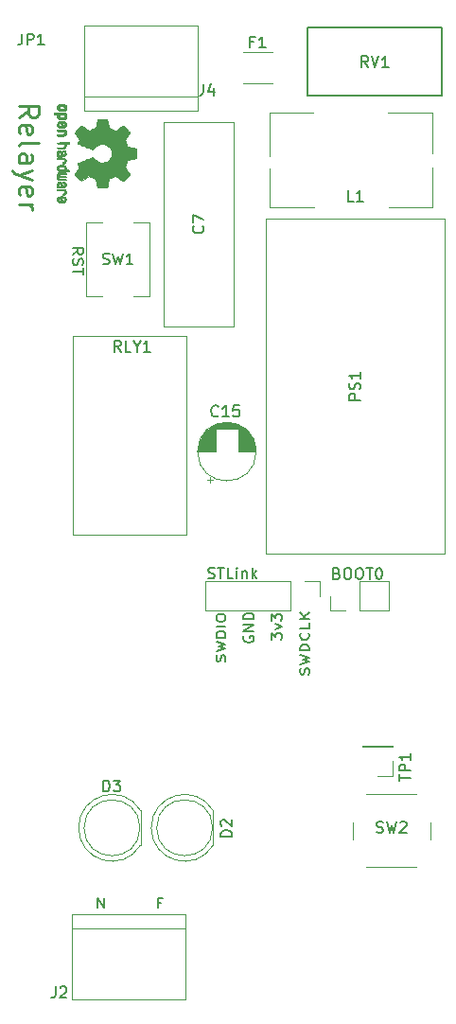
<source format=gbr>
G04 #@! TF.GenerationSoftware,KiCad,Pcbnew,(5.1.5)-3*
G04 #@! TF.CreationDate,2021-07-24T16:01:18-03:00*
G04 #@! TF.ProjectId,relayer_hw,72656c61-7965-4725-9f68-772e6b696361,rev?*
G04 #@! TF.SameCoordinates,Original*
G04 #@! TF.FileFunction,Legend,Top*
G04 #@! TF.FilePolarity,Positive*
%FSLAX46Y46*%
G04 Gerber Fmt 4.6, Leading zero omitted, Abs format (unit mm)*
G04 Created by KiCad (PCBNEW (5.1.5)-3) date 2021-07-24 16:01:18*
%MOMM*%
%LPD*%
G04 APERTURE LIST*
%ADD10C,0.153000*%
%ADD11C,0.250000*%
%ADD12C,0.120000*%
%ADD13C,0.010000*%
%ADD14C,0.150000*%
G04 APERTURE END LIST*
D10*
X139964285Y-132657142D02*
X139964285Y-131757142D01*
X140535714Y-132657142D01*
X140535714Y-131757142D01*
X145642857Y-132185714D02*
X145309523Y-132185714D01*
X145309523Y-132657142D02*
X145309523Y-131757142D01*
X145785714Y-131757142D01*
X137742857Y-74202380D02*
X138171428Y-73869047D01*
X137742857Y-73630952D02*
X138642857Y-73630952D01*
X138642857Y-74011904D01*
X138600000Y-74107142D01*
X138557142Y-74154761D01*
X138471428Y-74202380D01*
X138342857Y-74202380D01*
X138257142Y-74154761D01*
X138214285Y-74107142D01*
X138171428Y-74011904D01*
X138171428Y-73630952D01*
X137785714Y-74583333D02*
X137742857Y-74726190D01*
X137742857Y-74964285D01*
X137785714Y-75059523D01*
X137828571Y-75107142D01*
X137914285Y-75154761D01*
X138000000Y-75154761D01*
X138085714Y-75107142D01*
X138128571Y-75059523D01*
X138171428Y-74964285D01*
X138214285Y-74773809D01*
X138257142Y-74678571D01*
X138300000Y-74630952D01*
X138385714Y-74583333D01*
X138471428Y-74583333D01*
X138557142Y-74630952D01*
X138600000Y-74678571D01*
X138642857Y-74773809D01*
X138642857Y-75011904D01*
X138600000Y-75154761D01*
X138642857Y-75440476D02*
X138642857Y-76011904D01*
X137742857Y-75726190D02*
X138642857Y-75726190D01*
X158823809Y-111781904D02*
X158861904Y-111639047D01*
X158861904Y-111400952D01*
X158823809Y-111305714D01*
X158785714Y-111258095D01*
X158709523Y-111210476D01*
X158633333Y-111210476D01*
X158557142Y-111258095D01*
X158519047Y-111305714D01*
X158480952Y-111400952D01*
X158442857Y-111591428D01*
X158404761Y-111686666D01*
X158366666Y-111734285D01*
X158290476Y-111781904D01*
X158214285Y-111781904D01*
X158138095Y-111734285D01*
X158100000Y-111686666D01*
X158061904Y-111591428D01*
X158061904Y-111353333D01*
X158100000Y-111210476D01*
X158061904Y-110877142D02*
X158861904Y-110639047D01*
X158290476Y-110448571D01*
X158861904Y-110258095D01*
X158061904Y-110020000D01*
X158861904Y-109639047D02*
X158061904Y-109639047D01*
X158061904Y-109400952D01*
X158100000Y-109258095D01*
X158176190Y-109162857D01*
X158252380Y-109115238D01*
X158404761Y-109067619D01*
X158519047Y-109067619D01*
X158671428Y-109115238D01*
X158747619Y-109162857D01*
X158823809Y-109258095D01*
X158861904Y-109400952D01*
X158861904Y-109639047D01*
X158785714Y-108067619D02*
X158823809Y-108115238D01*
X158861904Y-108258095D01*
X158861904Y-108353333D01*
X158823809Y-108496190D01*
X158747619Y-108591428D01*
X158671428Y-108639047D01*
X158519047Y-108686666D01*
X158404761Y-108686666D01*
X158252380Y-108639047D01*
X158176190Y-108591428D01*
X158100000Y-108496190D01*
X158061904Y-108353333D01*
X158061904Y-108258095D01*
X158100000Y-108115238D01*
X158138095Y-108067619D01*
X158861904Y-107162857D02*
X158861904Y-107639047D01*
X158061904Y-107639047D01*
X158861904Y-106829523D02*
X158061904Y-106829523D01*
X158861904Y-106258095D02*
X158404761Y-106686666D01*
X158061904Y-106258095D02*
X158519047Y-106829523D01*
X151323809Y-110619047D02*
X151361904Y-110476190D01*
X151361904Y-110238095D01*
X151323809Y-110142857D01*
X151285714Y-110095238D01*
X151209523Y-110047619D01*
X151133333Y-110047619D01*
X151057142Y-110095238D01*
X151019047Y-110142857D01*
X150980952Y-110238095D01*
X150942857Y-110428571D01*
X150904761Y-110523809D01*
X150866666Y-110571428D01*
X150790476Y-110619047D01*
X150714285Y-110619047D01*
X150638095Y-110571428D01*
X150600000Y-110523809D01*
X150561904Y-110428571D01*
X150561904Y-110190476D01*
X150600000Y-110047619D01*
X150561904Y-109714285D02*
X151361904Y-109476190D01*
X150790476Y-109285714D01*
X151361904Y-109095238D01*
X150561904Y-108857142D01*
X151361904Y-108476190D02*
X150561904Y-108476190D01*
X150561904Y-108238095D01*
X150600000Y-108095238D01*
X150676190Y-108000000D01*
X150752380Y-107952380D01*
X150904761Y-107904761D01*
X151019047Y-107904761D01*
X151171428Y-107952380D01*
X151247619Y-108000000D01*
X151323809Y-108095238D01*
X151361904Y-108238095D01*
X151361904Y-108476190D01*
X151361904Y-107476190D02*
X150561904Y-107476190D01*
X150561904Y-106809523D02*
X150561904Y-106619047D01*
X150600000Y-106523809D01*
X150676190Y-106428571D01*
X150828571Y-106380952D01*
X151095238Y-106380952D01*
X151247619Y-106428571D01*
X151323809Y-106523809D01*
X151361904Y-106619047D01*
X151361904Y-106809523D01*
X151323809Y-106904761D01*
X151247619Y-107000000D01*
X151095238Y-107047619D01*
X150828571Y-107047619D01*
X150676190Y-107000000D01*
X150600000Y-106904761D01*
X150561904Y-106809523D01*
X153050000Y-108361904D02*
X153007142Y-108457142D01*
X153007142Y-108600000D01*
X153050000Y-108742857D01*
X153135714Y-108838095D01*
X153221428Y-108885714D01*
X153392857Y-108933333D01*
X153521428Y-108933333D01*
X153692857Y-108885714D01*
X153778571Y-108838095D01*
X153864285Y-108742857D01*
X153907142Y-108600000D01*
X153907142Y-108504761D01*
X153864285Y-108361904D01*
X153821428Y-108314285D01*
X153521428Y-108314285D01*
X153521428Y-108504761D01*
X153907142Y-107885714D02*
X153007142Y-107885714D01*
X153907142Y-107314285D01*
X153007142Y-107314285D01*
X153907142Y-106838095D02*
X153007142Y-106838095D01*
X153007142Y-106600000D01*
X153050000Y-106457142D01*
X153135714Y-106361904D01*
X153221428Y-106314285D01*
X153392857Y-106266666D01*
X153521428Y-106266666D01*
X153692857Y-106314285D01*
X153778571Y-106361904D01*
X153864285Y-106457142D01*
X153907142Y-106600000D01*
X153907142Y-106838095D01*
X155507142Y-108690476D02*
X155507142Y-108071428D01*
X155850000Y-108404761D01*
X155850000Y-108261904D01*
X155892857Y-108166666D01*
X155935714Y-108119047D01*
X156021428Y-108071428D01*
X156235714Y-108071428D01*
X156321428Y-108119047D01*
X156364285Y-108166666D01*
X156407142Y-108261904D01*
X156407142Y-108547619D01*
X156364285Y-108642857D01*
X156321428Y-108690476D01*
X155807142Y-107738095D02*
X156407142Y-107500000D01*
X155807142Y-107261904D01*
X155507142Y-106976190D02*
X155507142Y-106357142D01*
X155850000Y-106690476D01*
X155850000Y-106547619D01*
X155892857Y-106452380D01*
X155935714Y-106404761D01*
X156021428Y-106357142D01*
X156235714Y-106357142D01*
X156321428Y-106404761D01*
X156364285Y-106452380D01*
X156407142Y-106547619D01*
X156407142Y-106833333D01*
X156364285Y-106928571D01*
X156321428Y-106976190D01*
D11*
X132905714Y-61945714D02*
X133762857Y-61345714D01*
X132905714Y-60917142D02*
X134705714Y-60917142D01*
X134705714Y-61602857D01*
X134620000Y-61774285D01*
X134534285Y-61860000D01*
X134362857Y-61945714D01*
X134105714Y-61945714D01*
X133934285Y-61860000D01*
X133848571Y-61774285D01*
X133762857Y-61602857D01*
X133762857Y-60917142D01*
X132991428Y-63402857D02*
X132905714Y-63231428D01*
X132905714Y-62888571D01*
X132991428Y-62717142D01*
X133162857Y-62631428D01*
X133848571Y-62631428D01*
X134020000Y-62717142D01*
X134105714Y-62888571D01*
X134105714Y-63231428D01*
X134020000Y-63402857D01*
X133848571Y-63488571D01*
X133677142Y-63488571D01*
X133505714Y-62631428D01*
X132905714Y-64517142D02*
X132991428Y-64345714D01*
X133162857Y-64260000D01*
X134705714Y-64260000D01*
X132905714Y-65974285D02*
X133848571Y-65974285D01*
X134020000Y-65888571D01*
X134105714Y-65717142D01*
X134105714Y-65374285D01*
X134020000Y-65202857D01*
X132991428Y-65974285D02*
X132905714Y-65802857D01*
X132905714Y-65374285D01*
X132991428Y-65202857D01*
X133162857Y-65117142D01*
X133334285Y-65117142D01*
X133505714Y-65202857D01*
X133591428Y-65374285D01*
X133591428Y-65802857D01*
X133677142Y-65974285D01*
X134105714Y-66660000D02*
X132905714Y-67088571D01*
X134105714Y-67517142D02*
X132905714Y-67088571D01*
X132477142Y-66917142D01*
X132391428Y-66831428D01*
X132305714Y-66660000D01*
X132991428Y-68888571D02*
X132905714Y-68717142D01*
X132905714Y-68374285D01*
X132991428Y-68202857D01*
X133162857Y-68117142D01*
X133848571Y-68117142D01*
X134020000Y-68202857D01*
X134105714Y-68374285D01*
X134105714Y-68717142D01*
X134020000Y-68888571D01*
X133848571Y-68974285D01*
X133677142Y-68974285D01*
X133505714Y-68117142D01*
X132905714Y-69745714D02*
X134105714Y-69745714D01*
X133762857Y-69745714D02*
X133934285Y-69831428D01*
X134020000Y-69917142D01*
X134105714Y-70088571D01*
X134105714Y-70260000D01*
D12*
X152550000Y-90239000D02*
X153545000Y-90239000D01*
X152550000Y-89839000D02*
X153163000Y-89839000D01*
X150833000Y-89319000D02*
X152187000Y-89319000D01*
X150992000Y-89279000D02*
X152028000Y-89279000D01*
X151226000Y-89239000D02*
X151794000Y-89239000D01*
X150067000Y-89679000D02*
X152953000Y-89679000D01*
X150127000Y-89639000D02*
X152893000Y-89639000D01*
X150010000Y-89719000D02*
X153010000Y-89719000D01*
X150332000Y-89519000D02*
X152688000Y-89519000D01*
X150499000Y-89439000D02*
X152521000Y-89439000D01*
X149539000Y-90159000D02*
X150470000Y-90159000D01*
X149609000Y-90079000D02*
X150470000Y-90079000D01*
X149646000Y-90039000D02*
X150470000Y-90039000D01*
X149684000Y-89999000D02*
X150470000Y-89999000D01*
X152550000Y-89999000D02*
X153336000Y-89999000D01*
X152550000Y-89879000D02*
X153209000Y-89879000D01*
X152550000Y-90039000D02*
X153374000Y-90039000D01*
X149725000Y-89959000D02*
X150470000Y-89959000D01*
X150191000Y-89599000D02*
X152829000Y-89599000D01*
X152550000Y-90159000D02*
X153481000Y-90159000D01*
X149506000Y-90199000D02*
X150470000Y-90199000D01*
X149573000Y-90119000D02*
X150470000Y-90119000D01*
X152550000Y-90119000D02*
X153447000Y-90119000D01*
X149767000Y-89919000D02*
X150470000Y-89919000D01*
X149956000Y-89759000D02*
X153064000Y-89759000D01*
X152550000Y-89959000D02*
X153295000Y-89959000D01*
X149811000Y-89879000D02*
X150470000Y-89879000D01*
X149857000Y-89839000D02*
X150470000Y-89839000D01*
X152550000Y-90079000D02*
X153411000Y-90079000D01*
X149905000Y-89799000D02*
X153115000Y-89799000D01*
X150259000Y-89559000D02*
X152761000Y-89559000D01*
X152550000Y-89919000D02*
X153253000Y-89919000D01*
X150412000Y-89479000D02*
X152608000Y-89479000D01*
X150595000Y-89399000D02*
X152425000Y-89399000D01*
X150705000Y-89359000D02*
X152315000Y-89359000D01*
X152550000Y-90199000D02*
X153514000Y-90199000D01*
X149785000Y-94394775D02*
X150285000Y-94394775D01*
X150035000Y-94644775D02*
X150035000Y-94144775D01*
X152550000Y-91600000D02*
X154079000Y-91600000D01*
X152550000Y-91840000D02*
X154090000Y-91840000D01*
X152550000Y-91560000D02*
X154075000Y-91560000D01*
X148954000Y-91480000D02*
X150470000Y-91480000D01*
X148932000Y-91720000D02*
X150470000Y-91720000D01*
X152550000Y-91720000D02*
X154088000Y-91720000D01*
X152550000Y-91320000D02*
X154038000Y-91320000D01*
X152550000Y-91480000D02*
X154066000Y-91480000D01*
X148934000Y-91680000D02*
X150470000Y-91680000D01*
X154130000Y-91840000D02*
G75*
G03X154130000Y-91840000I-2620000J0D01*
G01*
X152550000Y-91680000D02*
X154086000Y-91680000D01*
X148949000Y-91520000D02*
X150470000Y-91520000D01*
X148930000Y-91800000D02*
X150470000Y-91800000D01*
X152550000Y-91800000D02*
X154090000Y-91800000D01*
X148941000Y-91600000D02*
X150470000Y-91600000D01*
X152550000Y-91520000D02*
X154071000Y-91520000D01*
X148960000Y-91440000D02*
X150470000Y-91440000D01*
X152550000Y-91440000D02*
X154060000Y-91440000D01*
X148930000Y-91840000D02*
X150470000Y-91840000D01*
X148931000Y-91760000D02*
X150470000Y-91760000D01*
X148937000Y-91640000D02*
X150470000Y-91640000D01*
X148967000Y-91400000D02*
X150470000Y-91400000D01*
X152550000Y-91400000D02*
X154053000Y-91400000D01*
X148974000Y-91360000D02*
X150470000Y-91360000D01*
X152550000Y-91360000D02*
X154046000Y-91360000D01*
X148945000Y-91560000D02*
X150470000Y-91560000D01*
X148982000Y-91320000D02*
X150470000Y-91320000D01*
X148990000Y-91280000D02*
X150470000Y-91280000D01*
X152550000Y-91640000D02*
X154083000Y-91640000D01*
X152550000Y-91760000D02*
X154089000Y-91760000D01*
X152550000Y-90759000D02*
X153858000Y-90759000D01*
X152550000Y-90679000D02*
X153820000Y-90679000D01*
X149286000Y-90519000D02*
X150470000Y-90519000D01*
X149082000Y-90959000D02*
X150470000Y-90959000D01*
X152550000Y-90399000D02*
X153659000Y-90399000D01*
X152550000Y-90359000D02*
X153632000Y-90359000D01*
X152550000Y-91039000D02*
X153965000Y-91039000D01*
X152550000Y-90879000D02*
X153908000Y-90879000D01*
X149220000Y-90639000D02*
X150470000Y-90639000D01*
X149055000Y-91039000D02*
X150470000Y-91039000D01*
X152550000Y-90639000D02*
X153800000Y-90639000D01*
X149181000Y-90719000D02*
X150470000Y-90719000D01*
X149415000Y-90319000D02*
X150470000Y-90319000D01*
X152550000Y-90519000D02*
X153734000Y-90519000D01*
X149388000Y-90359000D02*
X150470000Y-90359000D01*
X152550000Y-90319000D02*
X153605000Y-90319000D01*
X149335000Y-90439000D02*
X150470000Y-90439000D01*
X152550000Y-90479000D02*
X153710000Y-90479000D01*
X152550000Y-90719000D02*
X153839000Y-90719000D01*
X148999000Y-91240000D02*
X150470000Y-91240000D01*
X149361000Y-90399000D02*
X150470000Y-90399000D01*
X149145000Y-90799000D02*
X150470000Y-90799000D01*
X152550000Y-90919000D02*
X153924000Y-90919000D01*
X152550000Y-90279000D02*
X153575000Y-90279000D01*
X149475000Y-90239000D02*
X150470000Y-90239000D01*
X152550000Y-91280000D02*
X154030000Y-91280000D01*
X149068000Y-90999000D02*
X150470000Y-90999000D01*
X149128000Y-90839000D02*
X150470000Y-90839000D01*
X149200000Y-90679000D02*
X150470000Y-90679000D01*
X149263000Y-90559000D02*
X150470000Y-90559000D01*
X149096000Y-90919000D02*
X150470000Y-90919000D01*
X152550000Y-90999000D02*
X153952000Y-90999000D01*
X152550000Y-90559000D02*
X153757000Y-90559000D01*
X149445000Y-90279000D02*
X150470000Y-90279000D01*
X152550000Y-90839000D02*
X153892000Y-90839000D01*
X152550000Y-90799000D02*
X153875000Y-90799000D01*
X152550000Y-91240000D02*
X154021000Y-91240000D01*
X152550000Y-91200000D02*
X154011000Y-91200000D01*
X149242000Y-90599000D02*
X150470000Y-90599000D01*
X152550000Y-91119000D02*
X153990000Y-91119000D01*
X152550000Y-90599000D02*
X153778000Y-90599000D01*
X149310000Y-90479000D02*
X150470000Y-90479000D01*
X152550000Y-90439000D02*
X153685000Y-90439000D01*
X152550000Y-91079000D02*
X153978000Y-91079000D01*
X149042000Y-91079000D02*
X150470000Y-91079000D01*
X149030000Y-91119000D02*
X150470000Y-91119000D01*
X152550000Y-91160000D02*
X154001000Y-91160000D01*
X152550000Y-90959000D02*
X153938000Y-90959000D01*
X149019000Y-91160000D02*
X150470000Y-91160000D01*
X149112000Y-90879000D02*
X150470000Y-90879000D01*
X149162000Y-90759000D02*
X150470000Y-90759000D01*
X149009000Y-91200000D02*
X150470000Y-91200000D01*
X155550000Y-56140000D02*
X152950000Y-56140000D01*
X155550000Y-58860000D02*
X152950000Y-58860000D01*
D13*
G36*
X143442224Y-65299878D02*
G01*
X143441645Y-65405612D01*
X143440078Y-65482132D01*
X143437028Y-65534372D01*
X143432004Y-65567263D01*
X143424511Y-65585737D01*
X143414056Y-65594727D01*
X143400147Y-65599163D01*
X143398346Y-65599594D01*
X143365855Y-65606333D01*
X143301748Y-65618808D01*
X143212849Y-65635719D01*
X143105981Y-65655771D01*
X142987967Y-65677664D01*
X142983822Y-65678429D01*
X142868169Y-65700359D01*
X142765986Y-65720877D01*
X142683402Y-65738659D01*
X142626544Y-65752381D01*
X142601542Y-65760718D01*
X142601099Y-65761116D01*
X142588890Y-65785677D01*
X142568544Y-65836315D01*
X142544455Y-65902095D01*
X142544326Y-65902461D01*
X142513182Y-65985317D01*
X142473509Y-66083000D01*
X142433619Y-66175077D01*
X142431647Y-66179434D01*
X142363580Y-66329407D01*
X142590361Y-66661498D01*
X142659496Y-66763374D01*
X142721303Y-66855657D01*
X142772267Y-66933003D01*
X142808873Y-66990064D01*
X142827606Y-67021495D01*
X142828996Y-67024479D01*
X142822810Y-67047321D01*
X142792965Y-67089982D01*
X142738053Y-67154128D01*
X142656666Y-67241421D01*
X142570078Y-67330535D01*
X142484753Y-67416441D01*
X142406892Y-67493327D01*
X142341303Y-67556564D01*
X142292795Y-67601523D01*
X142266175Y-67623576D01*
X142264805Y-67624396D01*
X142246537Y-67626834D01*
X142216705Y-67617650D01*
X142171279Y-67594574D01*
X142106230Y-67555337D01*
X142017530Y-67497670D01*
X141903343Y-67420795D01*
X141802838Y-67352570D01*
X141712697Y-67291582D01*
X141638151Y-67241356D01*
X141584435Y-67205416D01*
X141556782Y-67187287D01*
X141554905Y-67186146D01*
X141528410Y-67188359D01*
X141476914Y-67205138D01*
X141410149Y-67233142D01*
X141388828Y-67243122D01*
X141293841Y-67286672D01*
X141186063Y-67333134D01*
X141092808Y-67370877D01*
X141023594Y-67398073D01*
X140970994Y-67419675D01*
X140943503Y-67432158D01*
X140941384Y-67433709D01*
X140937876Y-67456668D01*
X140928262Y-67510786D01*
X140913911Y-67588868D01*
X140896193Y-67683719D01*
X140876475Y-67788143D01*
X140856126Y-67894944D01*
X140836514Y-67996926D01*
X140819009Y-68086894D01*
X140804978Y-68157653D01*
X140795791Y-68202006D01*
X140793193Y-68212885D01*
X140786782Y-68224122D01*
X140772303Y-68232605D01*
X140744867Y-68238714D01*
X140699589Y-68242832D01*
X140631580Y-68245341D01*
X140535953Y-68246621D01*
X140407820Y-68247054D01*
X140355299Y-68247077D01*
X139928155Y-68247077D01*
X139907909Y-68144500D01*
X139896930Y-68087431D01*
X139880905Y-68002269D01*
X139861767Y-67899372D01*
X139841449Y-67789096D01*
X139835868Y-67758615D01*
X139816083Y-67656855D01*
X139796627Y-67568205D01*
X139779303Y-67500108D01*
X139765912Y-67460004D01*
X139761921Y-67453323D01*
X139733658Y-67436919D01*
X139678891Y-67413399D01*
X139608412Y-67387316D01*
X139593231Y-67382142D01*
X139499104Y-67347956D01*
X139392899Y-67305523D01*
X139297527Y-67263997D01*
X139297084Y-67263792D01*
X139147475Y-67194640D01*
X138478383Y-67649512D01*
X138185884Y-67357500D01*
X138098830Y-67269180D01*
X138022091Y-67188625D01*
X137959763Y-67120360D01*
X137915944Y-67068908D01*
X137894730Y-67038794D01*
X137893384Y-67034474D01*
X137903984Y-67009111D01*
X137933453Y-66957358D01*
X137978295Y-66884868D01*
X138035016Y-66797294D01*
X138098538Y-66702612D01*
X138163332Y-66606516D01*
X138219713Y-66520837D01*
X138264212Y-66451016D01*
X138293361Y-66402494D01*
X138303692Y-66380782D01*
X138294950Y-66354293D01*
X138271913Y-66304062D01*
X138239369Y-66240451D01*
X138235751Y-66233708D01*
X138192790Y-66148046D01*
X138171721Y-66089306D01*
X138171497Y-66052772D01*
X138191072Y-66033731D01*
X138191346Y-66033620D01*
X138214528Y-66024102D01*
X138269559Y-66001403D01*
X138352178Y-65967282D01*
X138458128Y-65923500D01*
X138583148Y-65871816D01*
X138722980Y-65813992D01*
X138858363Y-65757991D01*
X139007766Y-65696447D01*
X139146168Y-65639939D01*
X139269327Y-65590161D01*
X139372998Y-65548806D01*
X139452941Y-65517568D01*
X139504912Y-65498141D01*
X139524308Y-65492154D01*
X139546557Y-65507168D01*
X139582018Y-65546439D01*
X139621113Y-65598807D01*
X139744755Y-65747941D01*
X139886478Y-65864511D01*
X140043296Y-65947118D01*
X140212225Y-65994366D01*
X140390278Y-66004857D01*
X140472461Y-65997231D01*
X140642969Y-65955682D01*
X140793541Y-65884123D01*
X140922691Y-65786995D01*
X141028936Y-65668734D01*
X141110790Y-65533780D01*
X141166768Y-65386571D01*
X141195385Y-65231544D01*
X141195156Y-65073139D01*
X141164595Y-64915794D01*
X141102218Y-64763946D01*
X141006540Y-64622035D01*
X140952428Y-64562803D01*
X140813480Y-64449203D01*
X140661639Y-64370106D01*
X140501333Y-64324986D01*
X140336988Y-64313316D01*
X140173029Y-64334569D01*
X140013882Y-64388220D01*
X139863975Y-64473740D01*
X139727733Y-64590605D01*
X139621113Y-64721193D01*
X139580358Y-64775588D01*
X139545282Y-64814014D01*
X139524274Y-64827846D01*
X139501365Y-64820603D01*
X139446635Y-64800005D01*
X139364328Y-64767746D01*
X139258685Y-64725521D01*
X139133950Y-64675023D01*
X138994364Y-64617948D01*
X138858330Y-64561854D01*
X138708799Y-64499967D01*
X138570233Y-64442644D01*
X138446893Y-64391644D01*
X138343036Y-64348727D01*
X138262920Y-64315653D01*
X138210805Y-64294181D01*
X138191346Y-64286225D01*
X138171577Y-64267429D01*
X138171635Y-64231074D01*
X138192559Y-64172479D01*
X138235387Y-64086968D01*
X138235751Y-64086292D01*
X138268988Y-64021907D01*
X138293198Y-63969861D01*
X138303596Y-63940512D01*
X138303692Y-63939217D01*
X138293145Y-63917124D01*
X138263816Y-63868348D01*
X138219173Y-63798331D01*
X138162686Y-63712514D01*
X138098538Y-63617388D01*
X138033589Y-63520540D01*
X137977104Y-63433253D01*
X137932579Y-63361181D01*
X137903510Y-63309977D01*
X137893384Y-63285526D01*
X137906693Y-63263010D01*
X137943888Y-63217742D01*
X138000872Y-63154244D01*
X138073551Y-63077039D01*
X138157829Y-62990651D01*
X138185984Y-62962399D01*
X138478584Y-62670287D01*
X138804896Y-62892631D01*
X138905103Y-62960202D01*
X138995037Y-63019507D01*
X139069490Y-63067217D01*
X139123249Y-63100007D01*
X139151106Y-63114548D01*
X139153088Y-63114974D01*
X139179345Y-63107308D01*
X139232163Y-63086689D01*
X139302690Y-63056685D01*
X139349907Y-63035625D01*
X139440306Y-62996248D01*
X139531634Y-62959165D01*
X139608800Y-62930415D01*
X139632308Y-62922605D01*
X139695084Y-62900417D01*
X139743589Y-62878727D01*
X139761921Y-62866813D01*
X139773141Y-62840523D01*
X139789046Y-62783142D01*
X139807833Y-62702118D01*
X139827701Y-62604895D01*
X139835868Y-62561385D01*
X139856171Y-62450896D01*
X139875830Y-62344916D01*
X139892912Y-62253801D01*
X139905482Y-62187908D01*
X139907909Y-62175500D01*
X139928155Y-62072923D01*
X140355299Y-62072923D01*
X140495754Y-62073153D01*
X140602021Y-62074099D01*
X140678987Y-62076141D01*
X140731540Y-62079662D01*
X140764567Y-62085043D01*
X140782955Y-62092666D01*
X140791592Y-62102912D01*
X140793193Y-62107115D01*
X140798873Y-62132470D01*
X140810205Y-62188484D01*
X140825821Y-62267964D01*
X140844353Y-62363712D01*
X140864431Y-62468533D01*
X140884688Y-62575232D01*
X140903754Y-62676613D01*
X140920261Y-62765479D01*
X140932841Y-62834637D01*
X140940125Y-62876889D01*
X140941384Y-62886290D01*
X140958237Y-62894807D01*
X141003130Y-62913660D01*
X141067570Y-62939324D01*
X141092808Y-62949123D01*
X141190314Y-62988648D01*
X141298041Y-63035192D01*
X141388828Y-63076877D01*
X141458247Y-63107550D01*
X141515290Y-63127956D01*
X141550223Y-63134768D01*
X141554905Y-63133682D01*
X141577009Y-63119285D01*
X141626169Y-63086412D01*
X141697152Y-63038590D01*
X141784722Y-62979348D01*
X141883643Y-62912215D01*
X141903170Y-62898941D01*
X142018860Y-62821046D01*
X142106956Y-62763787D01*
X142171514Y-62724881D01*
X142216589Y-62702044D01*
X142246237Y-62692994D01*
X142264515Y-62695448D01*
X142264631Y-62695511D01*
X142288639Y-62714827D01*
X142335053Y-62757551D01*
X142399063Y-62819051D01*
X142475855Y-62894698D01*
X142560618Y-62979861D01*
X142570078Y-62989465D01*
X142674011Y-63096790D01*
X142750325Y-63179615D01*
X142800429Y-63239605D01*
X142825730Y-63278423D01*
X142828996Y-63295520D01*
X142814750Y-63320473D01*
X142781844Y-63372255D01*
X142733792Y-63445520D01*
X142674110Y-63534920D01*
X142606312Y-63635111D01*
X142590361Y-63658501D01*
X142363580Y-63990593D01*
X142431647Y-64140565D01*
X142471315Y-64231770D01*
X142511209Y-64329669D01*
X142543017Y-64413831D01*
X142544326Y-64417538D01*
X142568424Y-64483369D01*
X142588800Y-64534116D01*
X142601064Y-64558842D01*
X142601099Y-64558884D01*
X142623266Y-64566729D01*
X142677783Y-64580066D01*
X142758520Y-64597570D01*
X142859350Y-64617917D01*
X142974144Y-64639782D01*
X142983822Y-64641571D01*
X143102096Y-64663504D01*
X143209458Y-64683640D01*
X143299083Y-64700680D01*
X143364149Y-64713328D01*
X143397832Y-64720284D01*
X143398346Y-64720406D01*
X143412675Y-64724639D01*
X143423493Y-64732871D01*
X143431294Y-64750033D01*
X143436571Y-64781058D01*
X143439818Y-64830878D01*
X143441528Y-64904424D01*
X143442193Y-65006629D01*
X143442307Y-65142425D01*
X143442308Y-65160000D01*
X143442224Y-65299878D01*
G37*
X143442224Y-65299878D02*
X143441645Y-65405612D01*
X143440078Y-65482132D01*
X143437028Y-65534372D01*
X143432004Y-65567263D01*
X143424511Y-65585737D01*
X143414056Y-65594727D01*
X143400147Y-65599163D01*
X143398346Y-65599594D01*
X143365855Y-65606333D01*
X143301748Y-65618808D01*
X143212849Y-65635719D01*
X143105981Y-65655771D01*
X142987967Y-65677664D01*
X142983822Y-65678429D01*
X142868169Y-65700359D01*
X142765986Y-65720877D01*
X142683402Y-65738659D01*
X142626544Y-65752381D01*
X142601542Y-65760718D01*
X142601099Y-65761116D01*
X142588890Y-65785677D01*
X142568544Y-65836315D01*
X142544455Y-65902095D01*
X142544326Y-65902461D01*
X142513182Y-65985317D01*
X142473509Y-66083000D01*
X142433619Y-66175077D01*
X142431647Y-66179434D01*
X142363580Y-66329407D01*
X142590361Y-66661498D01*
X142659496Y-66763374D01*
X142721303Y-66855657D01*
X142772267Y-66933003D01*
X142808873Y-66990064D01*
X142827606Y-67021495D01*
X142828996Y-67024479D01*
X142822810Y-67047321D01*
X142792965Y-67089982D01*
X142738053Y-67154128D01*
X142656666Y-67241421D01*
X142570078Y-67330535D01*
X142484753Y-67416441D01*
X142406892Y-67493327D01*
X142341303Y-67556564D01*
X142292795Y-67601523D01*
X142266175Y-67623576D01*
X142264805Y-67624396D01*
X142246537Y-67626834D01*
X142216705Y-67617650D01*
X142171279Y-67594574D01*
X142106230Y-67555337D01*
X142017530Y-67497670D01*
X141903343Y-67420795D01*
X141802838Y-67352570D01*
X141712697Y-67291582D01*
X141638151Y-67241356D01*
X141584435Y-67205416D01*
X141556782Y-67187287D01*
X141554905Y-67186146D01*
X141528410Y-67188359D01*
X141476914Y-67205138D01*
X141410149Y-67233142D01*
X141388828Y-67243122D01*
X141293841Y-67286672D01*
X141186063Y-67333134D01*
X141092808Y-67370877D01*
X141023594Y-67398073D01*
X140970994Y-67419675D01*
X140943503Y-67432158D01*
X140941384Y-67433709D01*
X140937876Y-67456668D01*
X140928262Y-67510786D01*
X140913911Y-67588868D01*
X140896193Y-67683719D01*
X140876475Y-67788143D01*
X140856126Y-67894944D01*
X140836514Y-67996926D01*
X140819009Y-68086894D01*
X140804978Y-68157653D01*
X140795791Y-68202006D01*
X140793193Y-68212885D01*
X140786782Y-68224122D01*
X140772303Y-68232605D01*
X140744867Y-68238714D01*
X140699589Y-68242832D01*
X140631580Y-68245341D01*
X140535953Y-68246621D01*
X140407820Y-68247054D01*
X140355299Y-68247077D01*
X139928155Y-68247077D01*
X139907909Y-68144500D01*
X139896930Y-68087431D01*
X139880905Y-68002269D01*
X139861767Y-67899372D01*
X139841449Y-67789096D01*
X139835868Y-67758615D01*
X139816083Y-67656855D01*
X139796627Y-67568205D01*
X139779303Y-67500108D01*
X139765912Y-67460004D01*
X139761921Y-67453323D01*
X139733658Y-67436919D01*
X139678891Y-67413399D01*
X139608412Y-67387316D01*
X139593231Y-67382142D01*
X139499104Y-67347956D01*
X139392899Y-67305523D01*
X139297527Y-67263997D01*
X139297084Y-67263792D01*
X139147475Y-67194640D01*
X138478383Y-67649512D01*
X138185884Y-67357500D01*
X138098830Y-67269180D01*
X138022091Y-67188625D01*
X137959763Y-67120360D01*
X137915944Y-67068908D01*
X137894730Y-67038794D01*
X137893384Y-67034474D01*
X137903984Y-67009111D01*
X137933453Y-66957358D01*
X137978295Y-66884868D01*
X138035016Y-66797294D01*
X138098538Y-66702612D01*
X138163332Y-66606516D01*
X138219713Y-66520837D01*
X138264212Y-66451016D01*
X138293361Y-66402494D01*
X138303692Y-66380782D01*
X138294950Y-66354293D01*
X138271913Y-66304062D01*
X138239369Y-66240451D01*
X138235751Y-66233708D01*
X138192790Y-66148046D01*
X138171721Y-66089306D01*
X138171497Y-66052772D01*
X138191072Y-66033731D01*
X138191346Y-66033620D01*
X138214528Y-66024102D01*
X138269559Y-66001403D01*
X138352178Y-65967282D01*
X138458128Y-65923500D01*
X138583148Y-65871816D01*
X138722980Y-65813992D01*
X138858363Y-65757991D01*
X139007766Y-65696447D01*
X139146168Y-65639939D01*
X139269327Y-65590161D01*
X139372998Y-65548806D01*
X139452941Y-65517568D01*
X139504912Y-65498141D01*
X139524308Y-65492154D01*
X139546557Y-65507168D01*
X139582018Y-65546439D01*
X139621113Y-65598807D01*
X139744755Y-65747941D01*
X139886478Y-65864511D01*
X140043296Y-65947118D01*
X140212225Y-65994366D01*
X140390278Y-66004857D01*
X140472461Y-65997231D01*
X140642969Y-65955682D01*
X140793541Y-65884123D01*
X140922691Y-65786995D01*
X141028936Y-65668734D01*
X141110790Y-65533780D01*
X141166768Y-65386571D01*
X141195385Y-65231544D01*
X141195156Y-65073139D01*
X141164595Y-64915794D01*
X141102218Y-64763946D01*
X141006540Y-64622035D01*
X140952428Y-64562803D01*
X140813480Y-64449203D01*
X140661639Y-64370106D01*
X140501333Y-64324986D01*
X140336988Y-64313316D01*
X140173029Y-64334569D01*
X140013882Y-64388220D01*
X139863975Y-64473740D01*
X139727733Y-64590605D01*
X139621113Y-64721193D01*
X139580358Y-64775588D01*
X139545282Y-64814014D01*
X139524274Y-64827846D01*
X139501365Y-64820603D01*
X139446635Y-64800005D01*
X139364328Y-64767746D01*
X139258685Y-64725521D01*
X139133950Y-64675023D01*
X138994364Y-64617948D01*
X138858330Y-64561854D01*
X138708799Y-64499967D01*
X138570233Y-64442644D01*
X138446893Y-64391644D01*
X138343036Y-64348727D01*
X138262920Y-64315653D01*
X138210805Y-64294181D01*
X138191346Y-64286225D01*
X138171577Y-64267429D01*
X138171635Y-64231074D01*
X138192559Y-64172479D01*
X138235387Y-64086968D01*
X138235751Y-64086292D01*
X138268988Y-64021907D01*
X138293198Y-63969861D01*
X138303596Y-63940512D01*
X138303692Y-63939217D01*
X138293145Y-63917124D01*
X138263816Y-63868348D01*
X138219173Y-63798331D01*
X138162686Y-63712514D01*
X138098538Y-63617388D01*
X138033589Y-63520540D01*
X137977104Y-63433253D01*
X137932579Y-63361181D01*
X137903510Y-63309977D01*
X137893384Y-63285526D01*
X137906693Y-63263010D01*
X137943888Y-63217742D01*
X138000872Y-63154244D01*
X138073551Y-63077039D01*
X138157829Y-62990651D01*
X138185984Y-62962399D01*
X138478584Y-62670287D01*
X138804896Y-62892631D01*
X138905103Y-62960202D01*
X138995037Y-63019507D01*
X139069490Y-63067217D01*
X139123249Y-63100007D01*
X139151106Y-63114548D01*
X139153088Y-63114974D01*
X139179345Y-63107308D01*
X139232163Y-63086689D01*
X139302690Y-63056685D01*
X139349907Y-63035625D01*
X139440306Y-62996248D01*
X139531634Y-62959165D01*
X139608800Y-62930415D01*
X139632308Y-62922605D01*
X139695084Y-62900417D01*
X139743589Y-62878727D01*
X139761921Y-62866813D01*
X139773141Y-62840523D01*
X139789046Y-62783142D01*
X139807833Y-62702118D01*
X139827701Y-62604895D01*
X139835868Y-62561385D01*
X139856171Y-62450896D01*
X139875830Y-62344916D01*
X139892912Y-62253801D01*
X139905482Y-62187908D01*
X139907909Y-62175500D01*
X139928155Y-62072923D01*
X140355299Y-62072923D01*
X140495754Y-62073153D01*
X140602021Y-62074099D01*
X140678987Y-62076141D01*
X140731540Y-62079662D01*
X140764567Y-62085043D01*
X140782955Y-62092666D01*
X140791592Y-62102912D01*
X140793193Y-62107115D01*
X140798873Y-62132470D01*
X140810205Y-62188484D01*
X140825821Y-62267964D01*
X140844353Y-62363712D01*
X140864431Y-62468533D01*
X140884688Y-62575232D01*
X140903754Y-62676613D01*
X140920261Y-62765479D01*
X140932841Y-62834637D01*
X140940125Y-62876889D01*
X140941384Y-62886290D01*
X140958237Y-62894807D01*
X141003130Y-62913660D01*
X141067570Y-62939324D01*
X141092808Y-62949123D01*
X141190314Y-62988648D01*
X141298041Y-63035192D01*
X141388828Y-63076877D01*
X141458247Y-63107550D01*
X141515290Y-63127956D01*
X141550223Y-63134768D01*
X141554905Y-63133682D01*
X141577009Y-63119285D01*
X141626169Y-63086412D01*
X141697152Y-63038590D01*
X141784722Y-62979348D01*
X141883643Y-62912215D01*
X141903170Y-62898941D01*
X142018860Y-62821046D01*
X142106956Y-62763787D01*
X142171514Y-62724881D01*
X142216589Y-62702044D01*
X142246237Y-62692994D01*
X142264515Y-62695448D01*
X142264631Y-62695511D01*
X142288639Y-62714827D01*
X142335053Y-62757551D01*
X142399063Y-62819051D01*
X142475855Y-62894698D01*
X142560618Y-62979861D01*
X142570078Y-62989465D01*
X142674011Y-63096790D01*
X142750325Y-63179615D01*
X142800429Y-63239605D01*
X142825730Y-63278423D01*
X142828996Y-63295520D01*
X142814750Y-63320473D01*
X142781844Y-63372255D01*
X142733792Y-63445520D01*
X142674110Y-63534920D01*
X142606312Y-63635111D01*
X142590361Y-63658501D01*
X142363580Y-63990593D01*
X142431647Y-64140565D01*
X142471315Y-64231770D01*
X142511209Y-64329669D01*
X142543017Y-64413831D01*
X142544326Y-64417538D01*
X142568424Y-64483369D01*
X142588800Y-64534116D01*
X142601064Y-64558842D01*
X142601099Y-64558884D01*
X142623266Y-64566729D01*
X142677783Y-64580066D01*
X142758520Y-64597570D01*
X142859350Y-64617917D01*
X142974144Y-64639782D01*
X142983822Y-64641571D01*
X143102096Y-64663504D01*
X143209458Y-64683640D01*
X143299083Y-64700680D01*
X143364149Y-64713328D01*
X143397832Y-64720284D01*
X143398346Y-64720406D01*
X143412675Y-64724639D01*
X143423493Y-64732871D01*
X143431294Y-64750033D01*
X143436571Y-64781058D01*
X143439818Y-64830878D01*
X143441528Y-64904424D01*
X143442193Y-65006629D01*
X143442307Y-65142425D01*
X143442308Y-65160000D01*
X143442224Y-65299878D01*
G36*
X137082162Y-69405224D02*
G01*
X137031639Y-69482528D01*
X136986410Y-69519814D01*
X136904337Y-69549353D01*
X136839393Y-69551699D01*
X136752555Y-69546385D01*
X136664897Y-69346115D01*
X136620113Y-69248739D01*
X136584087Y-69185113D01*
X136552883Y-69152029D01*
X136522564Y-69146280D01*
X136489195Y-69164658D01*
X136467077Y-69184923D01*
X136431607Y-69243889D01*
X136429121Y-69308024D01*
X136456765Y-69366926D01*
X136511680Y-69410197D01*
X136531072Y-69417936D01*
X136591636Y-69455006D01*
X136617448Y-69497654D01*
X136639529Y-69556154D01*
X136555816Y-69556154D01*
X136498850Y-69550982D01*
X136450811Y-69530723D01*
X136395654Y-69488262D01*
X136388486Y-69481951D01*
X136339415Y-69434720D01*
X136313080Y-69394121D01*
X136300965Y-69343328D01*
X136296997Y-69301220D01*
X136296009Y-69225902D01*
X136308534Y-69172286D01*
X136327131Y-69138838D01*
X136368025Y-69086268D01*
X136412252Y-69049879D01*
X136467874Y-69026850D01*
X136542953Y-69014359D01*
X136645551Y-69009587D01*
X136697624Y-69009206D01*
X136760052Y-69010501D01*
X136760052Y-69128471D01*
X136726562Y-69129839D01*
X136721077Y-69133249D01*
X136728528Y-69155753D01*
X136748247Y-69204182D01*
X136776282Y-69268908D01*
X136782308Y-69282443D01*
X136823904Y-69364244D01*
X136860462Y-69409312D01*
X136894704Y-69419217D01*
X136929352Y-69395526D01*
X136944661Y-69375960D01*
X136975279Y-69305360D01*
X136970220Y-69239280D01*
X136932849Y-69183959D01*
X136866527Y-69145636D01*
X136813884Y-69133349D01*
X136760052Y-69128471D01*
X136760052Y-69010501D01*
X136819280Y-69011730D01*
X136909290Y-69021032D01*
X136974833Y-69039460D01*
X137023088Y-69069360D01*
X137061233Y-69113080D01*
X137073560Y-69132141D01*
X137105664Y-69218726D01*
X137107684Y-69313522D01*
X137082162Y-69405224D01*
G37*
X137082162Y-69405224D02*
X137031639Y-69482528D01*
X136986410Y-69519814D01*
X136904337Y-69549353D01*
X136839393Y-69551699D01*
X136752555Y-69546385D01*
X136664897Y-69346115D01*
X136620113Y-69248739D01*
X136584087Y-69185113D01*
X136552883Y-69152029D01*
X136522564Y-69146280D01*
X136489195Y-69164658D01*
X136467077Y-69184923D01*
X136431607Y-69243889D01*
X136429121Y-69308024D01*
X136456765Y-69366926D01*
X136511680Y-69410197D01*
X136531072Y-69417936D01*
X136591636Y-69455006D01*
X136617448Y-69497654D01*
X136639529Y-69556154D01*
X136555816Y-69556154D01*
X136498850Y-69550982D01*
X136450811Y-69530723D01*
X136395654Y-69488262D01*
X136388486Y-69481951D01*
X136339415Y-69434720D01*
X136313080Y-69394121D01*
X136300965Y-69343328D01*
X136296997Y-69301220D01*
X136296009Y-69225902D01*
X136308534Y-69172286D01*
X136327131Y-69138838D01*
X136368025Y-69086268D01*
X136412252Y-69049879D01*
X136467874Y-69026850D01*
X136542953Y-69014359D01*
X136645551Y-69009587D01*
X136697624Y-69009206D01*
X136760052Y-69010501D01*
X136760052Y-69128471D01*
X136726562Y-69129839D01*
X136721077Y-69133249D01*
X136728528Y-69155753D01*
X136748247Y-69204182D01*
X136776282Y-69268908D01*
X136782308Y-69282443D01*
X136823904Y-69364244D01*
X136860462Y-69409312D01*
X136894704Y-69419217D01*
X136929352Y-69395526D01*
X136944661Y-69375960D01*
X136975279Y-69305360D01*
X136970220Y-69239280D01*
X136932849Y-69183959D01*
X136866527Y-69145636D01*
X136813884Y-69133349D01*
X136760052Y-69128471D01*
X136760052Y-69010501D01*
X136819280Y-69011730D01*
X136909290Y-69021032D01*
X136974833Y-69039460D01*
X137023088Y-69069360D01*
X137061233Y-69113080D01*
X137073560Y-69132141D01*
X137105664Y-69218726D01*
X137107684Y-69313522D01*
X137082162Y-69405224D01*
G36*
X137093218Y-68730807D02*
G01*
X137083012Y-68754161D01*
X137038866Y-68809902D01*
X136975033Y-68857569D01*
X136906913Y-68887048D01*
X136873330Y-68891846D01*
X136826444Y-68875760D01*
X136801635Y-68840475D01*
X136786613Y-68802644D01*
X136783845Y-68785321D01*
X136803934Y-68776886D01*
X136847649Y-68760230D01*
X136867402Y-68752923D01*
X136935729Y-68711948D01*
X136969809Y-68652622D01*
X136968761Y-68576552D01*
X136967419Y-68570918D01*
X136948164Y-68530305D01*
X136910625Y-68500448D01*
X136850191Y-68480055D01*
X136762249Y-68467836D01*
X136642187Y-68462500D01*
X136578302Y-68462000D01*
X136477597Y-68461752D01*
X136408946Y-68460126D01*
X136365327Y-68455801D01*
X136339718Y-68447454D01*
X136325097Y-68433765D01*
X136314442Y-68413411D01*
X136313905Y-68412234D01*
X136297333Y-68373038D01*
X136291231Y-68353619D01*
X136309681Y-68350635D01*
X136360677Y-68348081D01*
X136437692Y-68346140D01*
X136534195Y-68344997D01*
X136604816Y-68344769D01*
X136741475Y-68345932D01*
X136845149Y-68350479D01*
X136921892Y-68359999D01*
X136977754Y-68376081D01*
X137018788Y-68400313D01*
X137051046Y-68434286D01*
X137073560Y-68467833D01*
X137103524Y-68548499D01*
X137110282Y-68642381D01*
X137093218Y-68730807D01*
G37*
X137093218Y-68730807D02*
X137083012Y-68754161D01*
X137038866Y-68809902D01*
X136975033Y-68857569D01*
X136906913Y-68887048D01*
X136873330Y-68891846D01*
X136826444Y-68875760D01*
X136801635Y-68840475D01*
X136786613Y-68802644D01*
X136783845Y-68785321D01*
X136803934Y-68776886D01*
X136847649Y-68760230D01*
X136867402Y-68752923D01*
X136935729Y-68711948D01*
X136969809Y-68652622D01*
X136968761Y-68576552D01*
X136967419Y-68570918D01*
X136948164Y-68530305D01*
X136910625Y-68500448D01*
X136850191Y-68480055D01*
X136762249Y-68467836D01*
X136642187Y-68462500D01*
X136578302Y-68462000D01*
X136477597Y-68461752D01*
X136408946Y-68460126D01*
X136365327Y-68455801D01*
X136339718Y-68447454D01*
X136325097Y-68433765D01*
X136314442Y-68413411D01*
X136313905Y-68412234D01*
X136297333Y-68373038D01*
X136291231Y-68353619D01*
X136309681Y-68350635D01*
X136360677Y-68348081D01*
X136437692Y-68346140D01*
X136534195Y-68344997D01*
X136604816Y-68344769D01*
X136741475Y-68345932D01*
X136845149Y-68350479D01*
X136921892Y-68359999D01*
X136977754Y-68376081D01*
X137018788Y-68400313D01*
X137051046Y-68434286D01*
X137073560Y-68467833D01*
X137103524Y-68548499D01*
X137110282Y-68642381D01*
X137093218Y-68730807D01*
G36*
X137096472Y-68047333D02*
G01*
X137070883Y-68103590D01*
X137039876Y-68147747D01*
X137005205Y-68180101D01*
X136960480Y-68202438D01*
X136899308Y-68216546D01*
X136815299Y-68224211D01*
X136702060Y-68227220D01*
X136627491Y-68227538D01*
X136336580Y-68227538D01*
X136313905Y-68177773D01*
X136297333Y-68138576D01*
X136291231Y-68119157D01*
X136309390Y-68115442D01*
X136358352Y-68112495D01*
X136429847Y-68110691D01*
X136486615Y-68110308D01*
X136568629Y-68108661D01*
X136633691Y-68104222D01*
X136673533Y-68097740D01*
X136682000Y-68092590D01*
X136673354Y-68057977D01*
X136651177Y-68003640D01*
X136621114Y-67940722D01*
X136588808Y-67880368D01*
X136559902Y-67833721D01*
X136540039Y-67811926D01*
X136539825Y-67811839D01*
X136503065Y-67813714D01*
X136467974Y-67830525D01*
X136439472Y-67860039D01*
X136429939Y-67903116D01*
X136431050Y-67939932D01*
X136431867Y-67992074D01*
X136419651Y-68019444D01*
X136387376Y-68035882D01*
X136381290Y-68037955D01*
X136335261Y-68045081D01*
X136307313Y-68026024D01*
X136293993Y-67976353D01*
X136291530Y-67922697D01*
X136309790Y-67826142D01*
X136335869Y-67776159D01*
X136397132Y-67714429D01*
X136472330Y-67681690D01*
X136551789Y-67678753D01*
X136625833Y-67706424D01*
X136672231Y-67748047D01*
X136698207Y-67789604D01*
X136731093Y-67854922D01*
X136764443Y-67931038D01*
X136769539Y-67943726D01*
X136806435Y-68027333D01*
X136838954Y-68075530D01*
X136871282Y-68091030D01*
X136907606Y-68076550D01*
X136936000Y-68051692D01*
X136970961Y-67992939D01*
X136973583Y-67928293D01*
X136946642Y-67869008D01*
X136892912Y-67826339D01*
X136879050Y-67820739D01*
X136828064Y-67788133D01*
X136790213Y-67740530D01*
X136759150Y-67680461D01*
X136847232Y-67680461D01*
X136901049Y-67683997D01*
X136943466Y-67699156D01*
X136988721Y-67732768D01*
X137023580Y-67765035D01*
X137072938Y-67815209D01*
X137099453Y-67854193D01*
X137110089Y-67896064D01*
X137111846Y-67943460D01*
X137096472Y-68047333D01*
G37*
X137096472Y-68047333D02*
X137070883Y-68103590D01*
X137039876Y-68147747D01*
X137005205Y-68180101D01*
X136960480Y-68202438D01*
X136899308Y-68216546D01*
X136815299Y-68224211D01*
X136702060Y-68227220D01*
X136627491Y-68227538D01*
X136336580Y-68227538D01*
X136313905Y-68177773D01*
X136297333Y-68138576D01*
X136291231Y-68119157D01*
X136309390Y-68115442D01*
X136358352Y-68112495D01*
X136429847Y-68110691D01*
X136486615Y-68110308D01*
X136568629Y-68108661D01*
X136633691Y-68104222D01*
X136673533Y-68097740D01*
X136682000Y-68092590D01*
X136673354Y-68057977D01*
X136651177Y-68003640D01*
X136621114Y-67940722D01*
X136588808Y-67880368D01*
X136559902Y-67833721D01*
X136540039Y-67811926D01*
X136539825Y-67811839D01*
X136503065Y-67813714D01*
X136467974Y-67830525D01*
X136439472Y-67860039D01*
X136429939Y-67903116D01*
X136431050Y-67939932D01*
X136431867Y-67992074D01*
X136419651Y-68019444D01*
X136387376Y-68035882D01*
X136381290Y-68037955D01*
X136335261Y-68045081D01*
X136307313Y-68026024D01*
X136293993Y-67976353D01*
X136291530Y-67922697D01*
X136309790Y-67826142D01*
X136335869Y-67776159D01*
X136397132Y-67714429D01*
X136472330Y-67681690D01*
X136551789Y-67678753D01*
X136625833Y-67706424D01*
X136672231Y-67748047D01*
X136698207Y-67789604D01*
X136731093Y-67854922D01*
X136764443Y-67931038D01*
X136769539Y-67943726D01*
X136806435Y-68027333D01*
X136838954Y-68075530D01*
X136871282Y-68091030D01*
X136907606Y-68076550D01*
X136936000Y-68051692D01*
X136970961Y-67992939D01*
X136973583Y-67928293D01*
X136946642Y-67869008D01*
X136892912Y-67826339D01*
X136879050Y-67820739D01*
X136828064Y-67788133D01*
X136790213Y-67740530D01*
X136759150Y-67680461D01*
X136847232Y-67680461D01*
X136901049Y-67683997D01*
X136943466Y-67699156D01*
X136988721Y-67732768D01*
X137023580Y-67765035D01*
X137072938Y-67815209D01*
X137099453Y-67854193D01*
X137110089Y-67896064D01*
X137111846Y-67943460D01*
X137096472Y-68047333D01*
G36*
X137093338Y-67555929D02*
G01*
X137041932Y-67558911D01*
X136963808Y-67561247D01*
X136865143Y-67562749D01*
X136761657Y-67563231D01*
X136411467Y-67563231D01*
X136349637Y-67501401D01*
X136311538Y-67458793D01*
X136296105Y-67421390D01*
X136297082Y-67370270D01*
X136299567Y-67349978D01*
X136306800Y-67286554D01*
X136310945Y-67234095D01*
X136311328Y-67221308D01*
X136308824Y-67178199D01*
X136302538Y-67116544D01*
X136299567Y-67092638D01*
X136294972Y-67033922D01*
X136304954Y-66994464D01*
X136335772Y-66955338D01*
X136349637Y-66941215D01*
X136411467Y-66879385D01*
X137066497Y-66879385D01*
X137089171Y-66929150D01*
X137105966Y-66972002D01*
X137111846Y-66997073D01*
X137093264Y-67003501D01*
X137041345Y-67009509D01*
X136961828Y-67014697D01*
X136860454Y-67018664D01*
X136774808Y-67020577D01*
X136437769Y-67025923D01*
X136431175Y-67072560D01*
X136435786Y-67114976D01*
X136450713Y-67135760D01*
X136478623Y-67141570D01*
X136538075Y-67146530D01*
X136621534Y-67150246D01*
X136721468Y-67152324D01*
X136772896Y-67152624D01*
X137068946Y-67152923D01*
X137090396Y-67214454D01*
X137104980Y-67258004D01*
X137111781Y-67281694D01*
X137111846Y-67282377D01*
X137093358Y-67284754D01*
X137042094Y-67287366D01*
X136964351Y-67289995D01*
X136866426Y-67292421D01*
X136774808Y-67294115D01*
X136437769Y-67299461D01*
X136437769Y-67416692D01*
X136745254Y-67422072D01*
X137052739Y-67427451D01*
X137082293Y-67484601D01*
X137102587Y-67526797D01*
X137111796Y-67551770D01*
X137111846Y-67552491D01*
X137093338Y-67555929D01*
G37*
X137093338Y-67555929D02*
X137041932Y-67558911D01*
X136963808Y-67561247D01*
X136865143Y-67562749D01*
X136761657Y-67563231D01*
X136411467Y-67563231D01*
X136349637Y-67501401D01*
X136311538Y-67458793D01*
X136296105Y-67421390D01*
X136297082Y-67370270D01*
X136299567Y-67349978D01*
X136306800Y-67286554D01*
X136310945Y-67234095D01*
X136311328Y-67221308D01*
X136308824Y-67178199D01*
X136302538Y-67116544D01*
X136299567Y-67092638D01*
X136294972Y-67033922D01*
X136304954Y-66994464D01*
X136335772Y-66955338D01*
X136349637Y-66941215D01*
X136411467Y-66879385D01*
X137066497Y-66879385D01*
X137089171Y-66929150D01*
X137105966Y-66972002D01*
X137111846Y-66997073D01*
X137093264Y-67003501D01*
X137041345Y-67009509D01*
X136961828Y-67014697D01*
X136860454Y-67018664D01*
X136774808Y-67020577D01*
X136437769Y-67025923D01*
X136431175Y-67072560D01*
X136435786Y-67114976D01*
X136450713Y-67135760D01*
X136478623Y-67141570D01*
X136538075Y-67146530D01*
X136621534Y-67150246D01*
X136721468Y-67152324D01*
X136772896Y-67152624D01*
X137068946Y-67152923D01*
X137090396Y-67214454D01*
X137104980Y-67258004D01*
X137111781Y-67281694D01*
X137111846Y-67282377D01*
X137093358Y-67284754D01*
X137042094Y-67287366D01*
X136964351Y-67289995D01*
X136866426Y-67292421D01*
X136774808Y-67294115D01*
X136437769Y-67299461D01*
X136437769Y-67416692D01*
X136745254Y-67422072D01*
X137052739Y-67427451D01*
X137082293Y-67484601D01*
X137102587Y-67526797D01*
X137111796Y-67551770D01*
X137111846Y-67552491D01*
X137093338Y-67555929D01*
G36*
X136949711Y-66762081D02*
G01*
X136803680Y-66761833D01*
X136691345Y-66760872D01*
X136607322Y-66758794D01*
X136546231Y-66755193D01*
X136502691Y-66749665D01*
X136471321Y-66741804D01*
X136446738Y-66731207D01*
X136432706Y-66723182D01*
X136356612Y-66656728D01*
X136308916Y-66572470D01*
X136291801Y-66479249D01*
X136307454Y-66385900D01*
X136335582Y-66330312D01*
X136384240Y-66271957D01*
X136443667Y-66232186D01*
X136521493Y-66208190D01*
X136625348Y-66197161D01*
X136701538Y-66195599D01*
X136707014Y-66195809D01*
X136707014Y-66332308D01*
X136619645Y-66333141D01*
X136561808Y-66336961D01*
X136523971Y-66345746D01*
X136496602Y-66361474D01*
X136475958Y-66380266D01*
X136436110Y-66443375D01*
X136432705Y-66511137D01*
X136465975Y-66575179D01*
X136470483Y-66580164D01*
X136493933Y-66601439D01*
X136521834Y-66614779D01*
X136563359Y-66622001D01*
X136627684Y-66624923D01*
X136698800Y-66625385D01*
X136788142Y-66624383D01*
X136847742Y-66620238D01*
X136886911Y-66611236D01*
X136914960Y-66595667D01*
X136929856Y-66582902D01*
X136967425Y-66523600D01*
X136971943Y-66455301D01*
X136943247Y-66390110D01*
X136932594Y-66377528D01*
X136908937Y-66356111D01*
X136880749Y-66342744D01*
X136838755Y-66335566D01*
X136773681Y-66332719D01*
X136707014Y-66332308D01*
X136707014Y-66195809D01*
X136824235Y-66200322D01*
X136916423Y-66216362D01*
X136985731Y-66246528D01*
X137039789Y-66293629D01*
X137067495Y-66330312D01*
X137097428Y-66396990D01*
X137111322Y-66474272D01*
X137107603Y-66546110D01*
X137092600Y-66586308D01*
X137088330Y-66602082D01*
X137104250Y-66612550D01*
X137146911Y-66619856D01*
X137211894Y-66625385D01*
X137284268Y-66631437D01*
X137327813Y-66639844D01*
X137352713Y-66655141D01*
X137369155Y-66681864D01*
X137376436Y-66698654D01*
X137403037Y-66762154D01*
X136949711Y-66762081D01*
G37*
X136949711Y-66762081D02*
X136803680Y-66761833D01*
X136691345Y-66760872D01*
X136607322Y-66758794D01*
X136546231Y-66755193D01*
X136502691Y-66749665D01*
X136471321Y-66741804D01*
X136446738Y-66731207D01*
X136432706Y-66723182D01*
X136356612Y-66656728D01*
X136308916Y-66572470D01*
X136291801Y-66479249D01*
X136307454Y-66385900D01*
X136335582Y-66330312D01*
X136384240Y-66271957D01*
X136443667Y-66232186D01*
X136521493Y-66208190D01*
X136625348Y-66197161D01*
X136701538Y-66195599D01*
X136707014Y-66195809D01*
X136707014Y-66332308D01*
X136619645Y-66333141D01*
X136561808Y-66336961D01*
X136523971Y-66345746D01*
X136496602Y-66361474D01*
X136475958Y-66380266D01*
X136436110Y-66443375D01*
X136432705Y-66511137D01*
X136465975Y-66575179D01*
X136470483Y-66580164D01*
X136493933Y-66601439D01*
X136521834Y-66614779D01*
X136563359Y-66622001D01*
X136627684Y-66624923D01*
X136698800Y-66625385D01*
X136788142Y-66624383D01*
X136847742Y-66620238D01*
X136886911Y-66611236D01*
X136914960Y-66595667D01*
X136929856Y-66582902D01*
X136967425Y-66523600D01*
X136971943Y-66455301D01*
X136943247Y-66390110D01*
X136932594Y-66377528D01*
X136908937Y-66356111D01*
X136880749Y-66342744D01*
X136838755Y-66335566D01*
X136773681Y-66332719D01*
X136707014Y-66332308D01*
X136707014Y-66195809D01*
X136824235Y-66200322D01*
X136916423Y-66216362D01*
X136985731Y-66246528D01*
X137039789Y-66293629D01*
X137067495Y-66330312D01*
X137097428Y-66396990D01*
X137111322Y-66474272D01*
X137107603Y-66546110D01*
X137092600Y-66586308D01*
X137088330Y-66602082D01*
X137104250Y-66612550D01*
X137146911Y-66619856D01*
X137211894Y-66625385D01*
X137284268Y-66631437D01*
X137327813Y-66639844D01*
X137352713Y-66655141D01*
X137369155Y-66681864D01*
X137376436Y-66698654D01*
X137403037Y-66762154D01*
X136949711Y-66762081D01*
G36*
X137105330Y-65873362D02*
G01*
X137072579Y-65962117D01*
X137014650Y-66034022D01*
X136973872Y-66062144D01*
X136899046Y-66092802D01*
X136844942Y-66092165D01*
X136808554Y-66059987D01*
X136802367Y-66048081D01*
X136783075Y-65996675D01*
X136788018Y-65970422D01*
X136820413Y-65961530D01*
X136838308Y-65961077D01*
X136904141Y-65944797D01*
X136950193Y-65902365D01*
X136972436Y-65843388D01*
X136966839Y-65777475D01*
X136937771Y-65723895D01*
X136921190Y-65705798D01*
X136901075Y-65692971D01*
X136870668Y-65684306D01*
X136823212Y-65678696D01*
X136751950Y-65675035D01*
X136650125Y-65672215D01*
X136617885Y-65671484D01*
X136507590Y-65668820D01*
X136429964Y-65665792D01*
X136378604Y-65661250D01*
X136347110Y-65654046D01*
X136329080Y-65643033D01*
X136318112Y-65627060D01*
X136313267Y-65616834D01*
X136296699Y-65573406D01*
X136291231Y-65547842D01*
X136309493Y-65539395D01*
X136364704Y-65534239D01*
X136457501Y-65532346D01*
X136588522Y-65533689D01*
X136608731Y-65534107D01*
X136728267Y-65537058D01*
X136815551Y-65540548D01*
X136877409Y-65545514D01*
X136920664Y-65552893D01*
X136952140Y-65563624D01*
X136978661Y-65578645D01*
X136990025Y-65586502D01*
X137040308Y-65631553D01*
X137079419Y-65681940D01*
X137082833Y-65688108D01*
X137109788Y-65778458D01*
X137105330Y-65873362D01*
G37*
X137105330Y-65873362D02*
X137072579Y-65962117D01*
X137014650Y-66034022D01*
X136973872Y-66062144D01*
X136899046Y-66092802D01*
X136844942Y-66092165D01*
X136808554Y-66059987D01*
X136802367Y-66048081D01*
X136783075Y-65996675D01*
X136788018Y-65970422D01*
X136820413Y-65961530D01*
X136838308Y-65961077D01*
X136904141Y-65944797D01*
X136950193Y-65902365D01*
X136972436Y-65843388D01*
X136966839Y-65777475D01*
X136937771Y-65723895D01*
X136921190Y-65705798D01*
X136901075Y-65692971D01*
X136870668Y-65684306D01*
X136823212Y-65678696D01*
X136751950Y-65675035D01*
X136650125Y-65672215D01*
X136617885Y-65671484D01*
X136507590Y-65668820D01*
X136429964Y-65665792D01*
X136378604Y-65661250D01*
X136347110Y-65654046D01*
X136329080Y-65643033D01*
X136318112Y-65627060D01*
X136313267Y-65616834D01*
X136296699Y-65573406D01*
X136291231Y-65547842D01*
X136309493Y-65539395D01*
X136364704Y-65534239D01*
X136457501Y-65532346D01*
X136588522Y-65533689D01*
X136608731Y-65534107D01*
X136728267Y-65537058D01*
X136815551Y-65540548D01*
X136877409Y-65545514D01*
X136920664Y-65552893D01*
X136952140Y-65563624D01*
X136978661Y-65578645D01*
X136990025Y-65586502D01*
X137040308Y-65631553D01*
X137079419Y-65681940D01*
X137082833Y-65688108D01*
X137109788Y-65778458D01*
X137105330Y-65873362D01*
G36*
X137103697Y-65213501D02*
G01*
X137075267Y-65290060D01*
X137074721Y-65290936D01*
X137039873Y-65338285D01*
X136999148Y-65373241D01*
X136946075Y-65397825D01*
X136874186Y-65414062D01*
X136777008Y-65423975D01*
X136648072Y-65429586D01*
X136629702Y-65430077D01*
X136352713Y-65437141D01*
X136321972Y-65377695D01*
X136301198Y-65334681D01*
X136291354Y-65308710D01*
X136291231Y-65307509D01*
X136309394Y-65303014D01*
X136358388Y-65299444D01*
X136429969Y-65297248D01*
X136487932Y-65296769D01*
X136581830Y-65296758D01*
X136640797Y-65292466D01*
X136668921Y-65277503D01*
X136670294Y-65245482D01*
X136649002Y-65190014D01*
X136609864Y-65106269D01*
X136577357Y-65044689D01*
X136549155Y-65013017D01*
X136518418Y-65003706D01*
X136516896Y-65003692D01*
X136463946Y-65019057D01*
X136435340Y-65064547D01*
X136431197Y-65134166D01*
X136431916Y-65184313D01*
X136417473Y-65210754D01*
X136382782Y-65227243D01*
X136338584Y-65236733D01*
X136313507Y-65223057D01*
X136309918Y-65217907D01*
X136295504Y-65169425D01*
X136293463Y-65101531D01*
X136303017Y-65031612D01*
X136320478Y-64982068D01*
X136378636Y-64913570D01*
X136459592Y-64874634D01*
X136522840Y-64866923D01*
X136579889Y-64872807D01*
X136626458Y-64894101D01*
X136667819Y-64936265D01*
X136709245Y-65004759D01*
X136756007Y-65105044D01*
X136758650Y-65111154D01*
X136800383Y-65201490D01*
X136834609Y-65257235D01*
X136865365Y-65281129D01*
X136896689Y-65275913D01*
X136932617Y-65244328D01*
X136940884Y-65234883D01*
X136972942Y-65171617D01*
X136971593Y-65106064D01*
X136940162Y-65048972D01*
X136881976Y-65011093D01*
X136870554Y-65007574D01*
X136815163Y-64973300D01*
X136788482Y-64929809D01*
X136762040Y-64866923D01*
X136830452Y-64866923D01*
X136929890Y-64886052D01*
X137021098Y-64942831D01*
X137051611Y-64972378D01*
X137090772Y-65039542D01*
X137108500Y-65124956D01*
X137103697Y-65213501D01*
G37*
X137103697Y-65213501D02*
X137075267Y-65290060D01*
X137074721Y-65290936D01*
X137039873Y-65338285D01*
X136999148Y-65373241D01*
X136946075Y-65397825D01*
X136874186Y-65414062D01*
X136777008Y-65423975D01*
X136648072Y-65429586D01*
X136629702Y-65430077D01*
X136352713Y-65437141D01*
X136321972Y-65377695D01*
X136301198Y-65334681D01*
X136291354Y-65308710D01*
X136291231Y-65307509D01*
X136309394Y-65303014D01*
X136358388Y-65299444D01*
X136429969Y-65297248D01*
X136487932Y-65296769D01*
X136581830Y-65296758D01*
X136640797Y-65292466D01*
X136668921Y-65277503D01*
X136670294Y-65245482D01*
X136649002Y-65190014D01*
X136609864Y-65106269D01*
X136577357Y-65044689D01*
X136549155Y-65013017D01*
X136518418Y-65003706D01*
X136516896Y-65003692D01*
X136463946Y-65019057D01*
X136435340Y-65064547D01*
X136431197Y-65134166D01*
X136431916Y-65184313D01*
X136417473Y-65210754D01*
X136382782Y-65227243D01*
X136338584Y-65236733D01*
X136313507Y-65223057D01*
X136309918Y-65217907D01*
X136295504Y-65169425D01*
X136293463Y-65101531D01*
X136303017Y-65031612D01*
X136320478Y-64982068D01*
X136378636Y-64913570D01*
X136459592Y-64874634D01*
X136522840Y-64866923D01*
X136579889Y-64872807D01*
X136626458Y-64894101D01*
X136667819Y-64936265D01*
X136709245Y-65004759D01*
X136756007Y-65105044D01*
X136758650Y-65111154D01*
X136800383Y-65201490D01*
X136834609Y-65257235D01*
X136865365Y-65281129D01*
X136896689Y-65275913D01*
X136932617Y-65244328D01*
X136940884Y-65234883D01*
X136972942Y-65171617D01*
X136971593Y-65106064D01*
X136940162Y-65048972D01*
X136881976Y-65011093D01*
X136870554Y-65007574D01*
X136815163Y-64973300D01*
X136788482Y-64929809D01*
X136762040Y-64866923D01*
X136830452Y-64866923D01*
X136929890Y-64886052D01*
X137021098Y-64942831D01*
X137051611Y-64972378D01*
X137090772Y-65039542D01*
X137108500Y-65124956D01*
X137103697Y-65213501D01*
G36*
X137237880Y-64319846D02*
G01*
X137158020Y-64325572D01*
X137110961Y-64332149D01*
X137090434Y-64341262D01*
X137090171Y-64354598D01*
X137092622Y-64358923D01*
X137110364Y-64416444D01*
X137109328Y-64491268D01*
X137091090Y-64567339D01*
X137067495Y-64614918D01*
X137029802Y-64663702D01*
X136987145Y-64699364D01*
X136932943Y-64723845D01*
X136860616Y-64739087D01*
X136763581Y-64747030D01*
X136635258Y-64749616D01*
X136610642Y-64749662D01*
X136334130Y-64749692D01*
X136312680Y-64688161D01*
X136298088Y-64644459D01*
X136291294Y-64620482D01*
X136291231Y-64619777D01*
X136309655Y-64617415D01*
X136360474Y-64615406D01*
X136437007Y-64613901D01*
X136532570Y-64613053D01*
X136590671Y-64612923D01*
X136705229Y-64612651D01*
X136787333Y-64611252D01*
X136843607Y-64607849D01*
X136880674Y-64601567D01*
X136905156Y-64591529D01*
X136923675Y-64576861D01*
X136932594Y-64567702D01*
X136968534Y-64504789D01*
X136971225Y-64436136D01*
X136940830Y-64373848D01*
X136929856Y-64362329D01*
X136909221Y-64345433D01*
X136884744Y-64333714D01*
X136849353Y-64326233D01*
X136795974Y-64322054D01*
X136717534Y-64320237D01*
X136609383Y-64319846D01*
X136334130Y-64319846D01*
X136312680Y-64258315D01*
X136298088Y-64214613D01*
X136291294Y-64190636D01*
X136291231Y-64189930D01*
X136309931Y-64188126D01*
X136362678Y-64186500D01*
X136444443Y-64185117D01*
X136550195Y-64184042D01*
X136674906Y-64183340D01*
X136813545Y-64183077D01*
X137348194Y-64183077D01*
X137401764Y-64310077D01*
X137237880Y-64319846D01*
G37*
X137237880Y-64319846D02*
X137158020Y-64325572D01*
X137110961Y-64332149D01*
X137090434Y-64341262D01*
X137090171Y-64354598D01*
X137092622Y-64358923D01*
X137110364Y-64416444D01*
X137109328Y-64491268D01*
X137091090Y-64567339D01*
X137067495Y-64614918D01*
X137029802Y-64663702D01*
X136987145Y-64699364D01*
X136932943Y-64723845D01*
X136860616Y-64739087D01*
X136763581Y-64747030D01*
X136635258Y-64749616D01*
X136610642Y-64749662D01*
X136334130Y-64749692D01*
X136312680Y-64688161D01*
X136298088Y-64644459D01*
X136291294Y-64620482D01*
X136291231Y-64619777D01*
X136309655Y-64617415D01*
X136360474Y-64615406D01*
X136437007Y-64613901D01*
X136532570Y-64613053D01*
X136590671Y-64612923D01*
X136705229Y-64612651D01*
X136787333Y-64611252D01*
X136843607Y-64607849D01*
X136880674Y-64601567D01*
X136905156Y-64591529D01*
X136923675Y-64576861D01*
X136932594Y-64567702D01*
X136968534Y-64504789D01*
X136971225Y-64436136D01*
X136940830Y-64373848D01*
X136929856Y-64362329D01*
X136909221Y-64345433D01*
X136884744Y-64333714D01*
X136849353Y-64326233D01*
X136795974Y-64322054D01*
X136717534Y-64320237D01*
X136609383Y-64319846D01*
X136334130Y-64319846D01*
X136312680Y-64258315D01*
X136298088Y-64214613D01*
X136291294Y-64190636D01*
X136291231Y-64189930D01*
X136309931Y-64188126D01*
X136362678Y-64186500D01*
X136444443Y-64185117D01*
X136550195Y-64184042D01*
X136674906Y-64183340D01*
X136813545Y-64183077D01*
X137348194Y-64183077D01*
X137401764Y-64310077D01*
X137237880Y-64319846D01*
G36*
X137130255Y-62694254D02*
G01*
X137078433Y-62771286D01*
X137003588Y-62830816D01*
X136908346Y-62866378D01*
X136838244Y-62873571D01*
X136808991Y-62872754D01*
X136786593Y-62865914D01*
X136766526Y-62847112D01*
X136744267Y-62810408D01*
X136715291Y-62749862D01*
X136675073Y-62659534D01*
X136674871Y-62659077D01*
X136636790Y-62575933D01*
X136602975Y-62507753D01*
X136577067Y-62461505D01*
X136562705Y-62444158D01*
X136562589Y-62444154D01*
X136531315Y-62459443D01*
X136496843Y-62495196D01*
X136472010Y-62536242D01*
X136467077Y-62557037D01*
X136484138Y-62613770D01*
X136526867Y-62662627D01*
X136573845Y-62686465D01*
X136608478Y-62709397D01*
X136647919Y-62754318D01*
X136681991Y-62807123D01*
X136700520Y-62853710D01*
X136701538Y-62863452D01*
X136684785Y-62874418D01*
X136641961Y-62875079D01*
X136584219Y-62867020D01*
X136522711Y-62851827D01*
X136468591Y-62831086D01*
X136466490Y-62830038D01*
X136379340Y-62767621D01*
X136320061Y-62686726D01*
X136290966Y-62594856D01*
X136294366Y-62499513D01*
X136332572Y-62408198D01*
X136335259Y-62404138D01*
X136400358Y-62332306D01*
X136485295Y-62285073D01*
X136596979Y-62258934D01*
X136628357Y-62255426D01*
X136776464Y-62249213D01*
X136845532Y-62256661D01*
X136845532Y-62444154D01*
X136802448Y-62446590D01*
X136789874Y-62459914D01*
X136799281Y-62493132D01*
X136821517Y-62545494D01*
X136849390Y-62604024D01*
X136850128Y-62605479D01*
X136876223Y-62655089D01*
X136893637Y-62675000D01*
X136911893Y-62670090D01*
X136935880Y-62649416D01*
X136970594Y-62596819D01*
X136973144Y-62540177D01*
X136947881Y-62489369D01*
X136899153Y-62454276D01*
X136845532Y-62444154D01*
X136845532Y-62256661D01*
X136894964Y-62261992D01*
X136988945Y-62294778D01*
X137054785Y-62340421D01*
X137121319Y-62422802D01*
X137154324Y-62513546D01*
X137156427Y-62606185D01*
X137130255Y-62694254D01*
G37*
X137130255Y-62694254D02*
X137078433Y-62771286D01*
X137003588Y-62830816D01*
X136908346Y-62866378D01*
X136838244Y-62873571D01*
X136808991Y-62872754D01*
X136786593Y-62865914D01*
X136766526Y-62847112D01*
X136744267Y-62810408D01*
X136715291Y-62749862D01*
X136675073Y-62659534D01*
X136674871Y-62659077D01*
X136636790Y-62575933D01*
X136602975Y-62507753D01*
X136577067Y-62461505D01*
X136562705Y-62444158D01*
X136562589Y-62444154D01*
X136531315Y-62459443D01*
X136496843Y-62495196D01*
X136472010Y-62536242D01*
X136467077Y-62557037D01*
X136484138Y-62613770D01*
X136526867Y-62662627D01*
X136573845Y-62686465D01*
X136608478Y-62709397D01*
X136647919Y-62754318D01*
X136681991Y-62807123D01*
X136700520Y-62853710D01*
X136701538Y-62863452D01*
X136684785Y-62874418D01*
X136641961Y-62875079D01*
X136584219Y-62867020D01*
X136522711Y-62851827D01*
X136468591Y-62831086D01*
X136466490Y-62830038D01*
X136379340Y-62767621D01*
X136320061Y-62686726D01*
X136290966Y-62594856D01*
X136294366Y-62499513D01*
X136332572Y-62408198D01*
X136335259Y-62404138D01*
X136400358Y-62332306D01*
X136485295Y-62285073D01*
X136596979Y-62258934D01*
X136628357Y-62255426D01*
X136776464Y-62249213D01*
X136845532Y-62256661D01*
X136845532Y-62444154D01*
X136802448Y-62446590D01*
X136789874Y-62459914D01*
X136799281Y-62493132D01*
X136821517Y-62545494D01*
X136849390Y-62604024D01*
X136850128Y-62605479D01*
X136876223Y-62655089D01*
X136893637Y-62675000D01*
X136911893Y-62670090D01*
X136935880Y-62649416D01*
X136970594Y-62596819D01*
X136973144Y-62540177D01*
X136947881Y-62489369D01*
X136899153Y-62454276D01*
X136845532Y-62444154D01*
X136845532Y-62256661D01*
X136894964Y-62261992D01*
X136988945Y-62294778D01*
X137054785Y-62340421D01*
X137121319Y-62422802D01*
X137154324Y-62513546D01*
X137156427Y-62606185D01*
X137130255Y-62694254D01*
G36*
X137142744Y-61176886D02*
G01*
X137094591Y-61268464D01*
X137017095Y-61336049D01*
X136967273Y-61360057D01*
X136892467Y-61378738D01*
X136797948Y-61388301D01*
X136694790Y-61389208D01*
X136594065Y-61381921D01*
X136506847Y-61366903D01*
X136444209Y-61344615D01*
X136433421Y-61337765D01*
X136352895Y-61256632D01*
X136304664Y-61160266D01*
X136290550Y-61055701D01*
X136312371Y-60949968D01*
X136325453Y-60920543D01*
X136365769Y-60863241D01*
X136419225Y-60812950D01*
X136426005Y-60808197D01*
X136458679Y-60788878D01*
X136493606Y-60776108D01*
X136539586Y-60768564D01*
X136605416Y-60764924D01*
X136699895Y-60763865D01*
X136721077Y-60763846D01*
X136727818Y-60763894D01*
X136727818Y-60959231D01*
X136638651Y-60960368D01*
X136579480Y-60964841D01*
X136541259Y-60974246D01*
X136514947Y-60990176D01*
X136506154Y-60998308D01*
X136472739Y-61045058D01*
X136474263Y-61090447D01*
X136503248Y-61136340D01*
X136534191Y-61163712D01*
X136579357Y-61179923D01*
X136650580Y-61189026D01*
X136658886Y-61189651D01*
X136787963Y-61191204D01*
X136883828Y-61174965D01*
X136945893Y-61141152D01*
X136973568Y-61089984D01*
X136975077Y-61071720D01*
X136967487Y-61023760D01*
X136941192Y-60990953D01*
X136890905Y-60970895D01*
X136811336Y-60961178D01*
X136727818Y-60959231D01*
X136727818Y-60763894D01*
X136821751Y-60764574D01*
X136892094Y-60767629D01*
X136940837Y-60774322D01*
X136976712Y-60785960D01*
X137008452Y-60803853D01*
X137014352Y-60807808D01*
X137093896Y-60874267D01*
X137140071Y-60946685D01*
X137158401Y-61034849D01*
X137159297Y-61064787D01*
X137142744Y-61176886D01*
G37*
X137142744Y-61176886D02*
X137094591Y-61268464D01*
X137017095Y-61336049D01*
X136967273Y-61360057D01*
X136892467Y-61378738D01*
X136797948Y-61388301D01*
X136694790Y-61389208D01*
X136594065Y-61381921D01*
X136506847Y-61366903D01*
X136444209Y-61344615D01*
X136433421Y-61337765D01*
X136352895Y-61256632D01*
X136304664Y-61160266D01*
X136290550Y-61055701D01*
X136312371Y-60949968D01*
X136325453Y-60920543D01*
X136365769Y-60863241D01*
X136419225Y-60812950D01*
X136426005Y-60808197D01*
X136458679Y-60788878D01*
X136493606Y-60776108D01*
X136539586Y-60768564D01*
X136605416Y-60764924D01*
X136699895Y-60763865D01*
X136721077Y-60763846D01*
X136727818Y-60763894D01*
X136727818Y-60959231D01*
X136638651Y-60960368D01*
X136579480Y-60964841D01*
X136541259Y-60974246D01*
X136514947Y-60990176D01*
X136506154Y-60998308D01*
X136472739Y-61045058D01*
X136474263Y-61090447D01*
X136503248Y-61136340D01*
X136534191Y-61163712D01*
X136579357Y-61179923D01*
X136650580Y-61189026D01*
X136658886Y-61189651D01*
X136787963Y-61191204D01*
X136883828Y-61174965D01*
X136945893Y-61141152D01*
X136973568Y-61089984D01*
X136975077Y-61071720D01*
X136967487Y-61023760D01*
X136941192Y-60990953D01*
X136890905Y-60970895D01*
X136811336Y-60961178D01*
X136727818Y-60959231D01*
X136727818Y-60763894D01*
X136821751Y-60764574D01*
X136892094Y-60767629D01*
X136940837Y-60774322D01*
X136976712Y-60785960D01*
X137008452Y-60803853D01*
X137014352Y-60807808D01*
X137093896Y-60874267D01*
X137140071Y-60946685D01*
X137158401Y-61034849D01*
X137159297Y-61064787D01*
X137142744Y-61176886D01*
G36*
X137134911Y-63431664D02*
G01*
X137098642Y-63494367D01*
X137062642Y-63537961D01*
X137024925Y-63569845D01*
X136978801Y-63591810D01*
X136917579Y-63605649D01*
X136834569Y-63613153D01*
X136723081Y-63616117D01*
X136642938Y-63616461D01*
X136347935Y-63616461D01*
X136273485Y-63450385D01*
X136596598Y-63440615D01*
X136717271Y-63436579D01*
X136804859Y-63432344D01*
X136865350Y-63427097D01*
X136904732Y-63420025D01*
X136928993Y-63410311D01*
X136944120Y-63397144D01*
X136947394Y-63392919D01*
X136972966Y-63328909D01*
X136962847Y-63264208D01*
X136936000Y-63225692D01*
X136916976Y-63210025D01*
X136892012Y-63199180D01*
X136854166Y-63192288D01*
X136796498Y-63188479D01*
X136712065Y-63186883D01*
X136624072Y-63186615D01*
X136513677Y-63186563D01*
X136435537Y-63184672D01*
X136382835Y-63178345D01*
X136348758Y-63164983D01*
X136326489Y-63141985D01*
X136309213Y-63106754D01*
X136291262Y-63059697D01*
X136271722Y-63008303D01*
X136618515Y-63014421D01*
X136743532Y-63016884D01*
X136835918Y-63019767D01*
X136902119Y-63023898D01*
X136948580Y-63030107D01*
X136981744Y-63039226D01*
X137008056Y-63052083D01*
X137031271Y-63067584D01*
X137105431Y-63142371D01*
X137148316Y-63233628D01*
X137158588Y-63332883D01*
X137134911Y-63431664D01*
G37*
X137134911Y-63431664D02*
X137098642Y-63494367D01*
X137062642Y-63537961D01*
X137024925Y-63569845D01*
X136978801Y-63591810D01*
X136917579Y-63605649D01*
X136834569Y-63613153D01*
X136723081Y-63616117D01*
X136642938Y-63616461D01*
X136347935Y-63616461D01*
X136273485Y-63450385D01*
X136596598Y-63440615D01*
X136717271Y-63436579D01*
X136804859Y-63432344D01*
X136865350Y-63427097D01*
X136904732Y-63420025D01*
X136928993Y-63410311D01*
X136944120Y-63397144D01*
X136947394Y-63392919D01*
X136972966Y-63328909D01*
X136962847Y-63264208D01*
X136936000Y-63225692D01*
X136916976Y-63210025D01*
X136892012Y-63199180D01*
X136854166Y-63192288D01*
X136796498Y-63188479D01*
X136712065Y-63186883D01*
X136624072Y-63186615D01*
X136513677Y-63186563D01*
X136435537Y-63184672D01*
X136382835Y-63178345D01*
X136348758Y-63164983D01*
X136326489Y-63141985D01*
X136309213Y-63106754D01*
X136291262Y-63059697D01*
X136271722Y-63008303D01*
X136618515Y-63014421D01*
X136743532Y-63016884D01*
X136835918Y-63019767D01*
X136902119Y-63023898D01*
X136948580Y-63030107D01*
X136981744Y-63039226D01*
X137008056Y-63052083D01*
X137031271Y-63067584D01*
X137105431Y-63142371D01*
X137148316Y-63233628D01*
X137158588Y-63332883D01*
X137134911Y-63431664D01*
G36*
X137145495Y-61928886D02*
G01*
X137108273Y-62003539D01*
X137039739Y-62069431D01*
X137014352Y-62087577D01*
X136981134Y-62107345D01*
X136945055Y-62120172D01*
X136896902Y-62127510D01*
X136827464Y-62130813D01*
X136735794Y-62131538D01*
X136610170Y-62128263D01*
X136515846Y-62116877D01*
X136445477Y-62095041D01*
X136391714Y-62060419D01*
X136347212Y-62010670D01*
X136344577Y-62007014D01*
X136317623Y-61957985D01*
X136304288Y-61898945D01*
X136301000Y-61823859D01*
X136301000Y-61701795D01*
X136182503Y-61701744D01*
X136116508Y-61700608D01*
X136077798Y-61693686D01*
X136054581Y-61675598D01*
X136035067Y-61640962D01*
X136031080Y-61632645D01*
X136012397Y-61593720D01*
X136000597Y-61563583D01*
X135999578Y-61541174D01*
X136013239Y-61525433D01*
X136045478Y-61515302D01*
X136100196Y-61509723D01*
X136181289Y-61507635D01*
X136292656Y-61507981D01*
X136438198Y-61509700D01*
X136481731Y-61510237D01*
X136631795Y-61512172D01*
X136729958Y-61513904D01*
X136729958Y-61701692D01*
X136646636Y-61702748D01*
X136592120Y-61707438D01*
X136556163Y-61718051D01*
X136528518Y-61736872D01*
X136515035Y-61749650D01*
X136475583Y-61801890D01*
X136472372Y-61848142D01*
X136504951Y-61895867D01*
X136506154Y-61897077D01*
X136531332Y-61916494D01*
X136565553Y-61928307D01*
X136618252Y-61934265D01*
X136698869Y-61936120D01*
X136716729Y-61936154D01*
X136827825Y-61931670D01*
X136904839Y-61917074D01*
X136951853Y-61890650D01*
X136972950Y-61850683D01*
X136975077Y-61827584D01*
X136965100Y-61772762D01*
X136932248Y-61735158D01*
X136872143Y-61712523D01*
X136780402Y-61702606D01*
X136729958Y-61701692D01*
X136729958Y-61513904D01*
X136747940Y-61514222D01*
X136835321Y-61516873D01*
X136899095Y-61520606D01*
X136944418Y-61525907D01*
X136976445Y-61533258D01*
X137000332Y-61543143D01*
X137021236Y-61556046D01*
X137029102Y-61561579D01*
X137103405Y-61634969D01*
X137145533Y-61727760D01*
X137157278Y-61835096D01*
X137145495Y-61928886D01*
G37*
X137145495Y-61928886D02*
X137108273Y-62003539D01*
X137039739Y-62069431D01*
X137014352Y-62087577D01*
X136981134Y-62107345D01*
X136945055Y-62120172D01*
X136896902Y-62127510D01*
X136827464Y-62130813D01*
X136735794Y-62131538D01*
X136610170Y-62128263D01*
X136515846Y-62116877D01*
X136445477Y-62095041D01*
X136391714Y-62060419D01*
X136347212Y-62010670D01*
X136344577Y-62007014D01*
X136317623Y-61957985D01*
X136304288Y-61898945D01*
X136301000Y-61823859D01*
X136301000Y-61701795D01*
X136182503Y-61701744D01*
X136116508Y-61700608D01*
X136077798Y-61693686D01*
X136054581Y-61675598D01*
X136035067Y-61640962D01*
X136031080Y-61632645D01*
X136012397Y-61593720D01*
X136000597Y-61563583D01*
X135999578Y-61541174D01*
X136013239Y-61525433D01*
X136045478Y-61515302D01*
X136100196Y-61509723D01*
X136181289Y-61507635D01*
X136292656Y-61507981D01*
X136438198Y-61509700D01*
X136481731Y-61510237D01*
X136631795Y-61512172D01*
X136729958Y-61513904D01*
X136729958Y-61701692D01*
X136646636Y-61702748D01*
X136592120Y-61707438D01*
X136556163Y-61718051D01*
X136528518Y-61736872D01*
X136515035Y-61749650D01*
X136475583Y-61801890D01*
X136472372Y-61848142D01*
X136504951Y-61895867D01*
X136506154Y-61897077D01*
X136531332Y-61916494D01*
X136565553Y-61928307D01*
X136618252Y-61934265D01*
X136698869Y-61936120D01*
X136716729Y-61936154D01*
X136827825Y-61931670D01*
X136904839Y-61917074D01*
X136951853Y-61890650D01*
X136972950Y-61850683D01*
X136975077Y-61827584D01*
X136965100Y-61772762D01*
X136932248Y-61735158D01*
X136872143Y-61712523D01*
X136780402Y-61702606D01*
X136729958Y-61701692D01*
X136729958Y-61513904D01*
X136747940Y-61514222D01*
X136835321Y-61516873D01*
X136899095Y-61520606D01*
X136944418Y-61525907D01*
X136976445Y-61533258D01*
X137000332Y-61543143D01*
X137021236Y-61556046D01*
X137029102Y-61561579D01*
X137103405Y-61634969D01*
X137145533Y-61727760D01*
X137157278Y-61835096D01*
X137145495Y-61928886D01*
D12*
X147890000Y-99270000D02*
X137730000Y-99270000D01*
X147890000Y-81490000D02*
X147890000Y-99270000D01*
X137730000Y-81490000D02*
X147890000Y-81490000D01*
X137730000Y-99270000D02*
X137730000Y-81490000D01*
X152120000Y-62380000D02*
X152120000Y-80620000D01*
X145880000Y-62380000D02*
X145880000Y-80620000D01*
X152120000Y-62380000D02*
X145880000Y-62380000D01*
X152120000Y-80620000D02*
X145880000Y-80620000D01*
X150290000Y-127045000D02*
X150290000Y-123955000D01*
X150230000Y-125500000D02*
G75*
G03X150230000Y-125500000I-2500000J0D01*
G01*
X144740000Y-125499538D02*
G75*
G03X150290000Y-127044830I2990000J-462D01*
G01*
X144740000Y-125500462D02*
G75*
G02X150290000Y-123955170I2990000J462D01*
G01*
X138240000Y-125500462D02*
G75*
G02X143790000Y-123955170I2990000J462D01*
G01*
X138240000Y-125499538D02*
G75*
G03X143790000Y-127044830I2990000J-462D01*
G01*
X143730000Y-125500000D02*
G75*
G03X143730000Y-125500000I-2500000J0D01*
G01*
X143790000Y-127045000D02*
X143790000Y-123955000D01*
X165970000Y-106080000D02*
X165970000Y-103420000D01*
X163370000Y-106080000D02*
X165970000Y-106080000D01*
X163370000Y-103420000D02*
X165970000Y-103420000D01*
X163370000Y-106080000D02*
X163370000Y-103420000D01*
X162100000Y-106080000D02*
X160770000Y-106080000D01*
X160770000Y-106080000D02*
X160770000Y-104750000D01*
X149550000Y-103420000D02*
X149550000Y-106080000D01*
X157230000Y-103420000D02*
X149550000Y-103420000D01*
X157230000Y-106080000D02*
X149550000Y-106080000D01*
X157230000Y-103420000D02*
X157230000Y-106080000D01*
X158500000Y-103420000D02*
X159830000Y-103420000D01*
X159830000Y-103420000D02*
X159830000Y-104750000D01*
X159200000Y-61500000D02*
X155300000Y-61500000D01*
X155300000Y-61500000D02*
X155300000Y-65400000D01*
X169900000Y-65200000D02*
X169900000Y-61500000D01*
X169900000Y-61500000D02*
X165900000Y-61500000D01*
X166000000Y-70000000D02*
X169900000Y-70000000D01*
X169900000Y-70000000D02*
X169900000Y-66400000D01*
X155300000Y-70000000D02*
X159300000Y-70000000D01*
X155300000Y-66500000D02*
X155300000Y-70000000D01*
X171000000Y-71000000D02*
X155000000Y-71000000D01*
X155000000Y-71000000D02*
X155000000Y-101000000D01*
X155000000Y-101000000D02*
X171000000Y-101000000D01*
X171000000Y-101000000D02*
X171000000Y-71000000D01*
D14*
X158750000Y-60000000D02*
X170750000Y-60000000D01*
X158750000Y-53900000D02*
X170750000Y-53900000D01*
X170750000Y-53900000D02*
X170750000Y-60000000D01*
X158750000Y-53900000D02*
X158750000Y-60000000D01*
D12*
X140350000Y-77950000D02*
X138950000Y-77950000D01*
X138950000Y-77950000D02*
X138950000Y-71450000D01*
X138950000Y-71350000D02*
X140350000Y-71350000D01*
X138950000Y-71350000D02*
X138950000Y-71450000D01*
X143150000Y-77950000D02*
X144550000Y-77950000D01*
X144550000Y-71350000D02*
X144550000Y-71450000D01*
X144550000Y-77950000D02*
X144550000Y-71450000D01*
X144550000Y-71350000D02*
X143150000Y-71350000D01*
X164000000Y-129000000D02*
X168500000Y-129000000D01*
X162750000Y-125000000D02*
X162750000Y-126500000D01*
X168500000Y-122500000D02*
X164000000Y-122500000D01*
X169750000Y-126500000D02*
X169750000Y-125000000D01*
X148870000Y-60040000D02*
X138710000Y-60040000D01*
X148870000Y-61310000D02*
X148870000Y-53690000D01*
X148870000Y-53690000D02*
X138710000Y-53690000D01*
X138710000Y-53690000D02*
X138710000Y-61310000D01*
X138710000Y-61310000D02*
X148870000Y-61310000D01*
X137630000Y-134460000D02*
X147790000Y-134460000D01*
X137630000Y-133190000D02*
X137630000Y-140810000D01*
X137630000Y-140810000D02*
X147790000Y-140810000D01*
X147790000Y-140810000D02*
X147790000Y-133190000D01*
X147790000Y-133190000D02*
X137630000Y-133190000D01*
X166330000Y-118170000D02*
X163670000Y-118170000D01*
X166330000Y-118230000D02*
X166330000Y-118170000D01*
X163670000Y-118230000D02*
X163670000Y-118170000D01*
X166330000Y-118230000D02*
X163670000Y-118230000D01*
X166330000Y-119500000D02*
X166330000Y-120830000D01*
X166330000Y-120830000D02*
X165000000Y-120830000D01*
D14*
X150737142Y-88617142D02*
X150689523Y-88664761D01*
X150546666Y-88712380D01*
X150451428Y-88712380D01*
X150308571Y-88664761D01*
X150213333Y-88569523D01*
X150165714Y-88474285D01*
X150118095Y-88283809D01*
X150118095Y-88140952D01*
X150165714Y-87950476D01*
X150213333Y-87855238D01*
X150308571Y-87760000D01*
X150451428Y-87712380D01*
X150546666Y-87712380D01*
X150689523Y-87760000D01*
X150737142Y-87807619D01*
X151689523Y-88712380D02*
X151118095Y-88712380D01*
X151403809Y-88712380D02*
X151403809Y-87712380D01*
X151308571Y-87855238D01*
X151213333Y-87950476D01*
X151118095Y-87998095D01*
X152594285Y-87712380D02*
X152118095Y-87712380D01*
X152070476Y-88188571D01*
X152118095Y-88140952D01*
X152213333Y-88093333D01*
X152451428Y-88093333D01*
X152546666Y-88140952D01*
X152594285Y-88188571D01*
X152641904Y-88283809D01*
X152641904Y-88521904D01*
X152594285Y-88617142D01*
X152546666Y-88664761D01*
X152451428Y-88712380D01*
X152213333Y-88712380D01*
X152118095Y-88664761D01*
X152070476Y-88617142D01*
X153916666Y-55178571D02*
X153583333Y-55178571D01*
X153583333Y-55702380D02*
X153583333Y-54702380D01*
X154059523Y-54702380D01*
X154964285Y-55702380D02*
X154392857Y-55702380D01*
X154678571Y-55702380D02*
X154678571Y-54702380D01*
X154583333Y-54845238D01*
X154488095Y-54940476D01*
X154392857Y-54988095D01*
X142020000Y-82902380D02*
X141686666Y-82426190D01*
X141448571Y-82902380D02*
X141448571Y-81902380D01*
X141829523Y-81902380D01*
X141924761Y-81950000D01*
X141972380Y-81997619D01*
X142020000Y-82092857D01*
X142020000Y-82235714D01*
X141972380Y-82330952D01*
X141924761Y-82378571D01*
X141829523Y-82426190D01*
X141448571Y-82426190D01*
X142924761Y-82902380D02*
X142448571Y-82902380D01*
X142448571Y-81902380D01*
X143448571Y-82426190D02*
X143448571Y-82902380D01*
X143115238Y-81902380D02*
X143448571Y-82426190D01*
X143781904Y-81902380D01*
X144639047Y-82902380D02*
X144067619Y-82902380D01*
X144353333Y-82902380D02*
X144353333Y-81902380D01*
X144258095Y-82045238D01*
X144162857Y-82140476D01*
X144067619Y-82188095D01*
X133166666Y-54452380D02*
X133166666Y-55166666D01*
X133119047Y-55309523D01*
X133023809Y-55404761D01*
X132880952Y-55452380D01*
X132785714Y-55452380D01*
X133642857Y-55452380D02*
X133642857Y-54452380D01*
X134023809Y-54452380D01*
X134119047Y-54500000D01*
X134166666Y-54547619D01*
X134214285Y-54642857D01*
X134214285Y-54785714D01*
X134166666Y-54880952D01*
X134119047Y-54928571D01*
X134023809Y-54976190D01*
X133642857Y-54976190D01*
X135166666Y-55452380D02*
X134595238Y-55452380D01*
X134880952Y-55452380D02*
X134880952Y-54452380D01*
X134785714Y-54595238D01*
X134690476Y-54690476D01*
X134595238Y-54738095D01*
X149357142Y-71666666D02*
X149404761Y-71714285D01*
X149452380Y-71857142D01*
X149452380Y-71952380D01*
X149404761Y-72095238D01*
X149309523Y-72190476D01*
X149214285Y-72238095D01*
X149023809Y-72285714D01*
X148880952Y-72285714D01*
X148690476Y-72238095D01*
X148595238Y-72190476D01*
X148500000Y-72095238D01*
X148452380Y-71952380D01*
X148452380Y-71857142D01*
X148500000Y-71714285D01*
X148547619Y-71666666D01*
X148452380Y-71333333D02*
X148452380Y-70666666D01*
X149452380Y-71095238D01*
X151962380Y-126288095D02*
X150962380Y-126288095D01*
X150962380Y-126050000D01*
X151010000Y-125907142D01*
X151105238Y-125811904D01*
X151200476Y-125764285D01*
X151390952Y-125716666D01*
X151533809Y-125716666D01*
X151724285Y-125764285D01*
X151819523Y-125811904D01*
X151914761Y-125907142D01*
X151962380Y-126050000D01*
X151962380Y-126288095D01*
X151057619Y-125335714D02*
X151010000Y-125288095D01*
X150962380Y-125192857D01*
X150962380Y-124954761D01*
X151010000Y-124859523D01*
X151057619Y-124811904D01*
X151152857Y-124764285D01*
X151248095Y-124764285D01*
X151390952Y-124811904D01*
X151962380Y-125383333D01*
X151962380Y-124764285D01*
X140461904Y-122252380D02*
X140461904Y-121252380D01*
X140700000Y-121252380D01*
X140842857Y-121300000D01*
X140938095Y-121395238D01*
X140985714Y-121490476D01*
X141033333Y-121680952D01*
X141033333Y-121823809D01*
X140985714Y-122014285D01*
X140938095Y-122109523D01*
X140842857Y-122204761D01*
X140700000Y-122252380D01*
X140461904Y-122252380D01*
X141366666Y-121252380D02*
X141985714Y-121252380D01*
X141652380Y-121633333D01*
X141795238Y-121633333D01*
X141890476Y-121680952D01*
X141938095Y-121728571D01*
X141985714Y-121823809D01*
X141985714Y-122061904D01*
X141938095Y-122157142D01*
X141890476Y-122204761D01*
X141795238Y-122252380D01*
X141509523Y-122252380D01*
X141414285Y-122204761D01*
X141366666Y-122157142D01*
X161366666Y-102728571D02*
X161509523Y-102776190D01*
X161557142Y-102823809D01*
X161604761Y-102919047D01*
X161604761Y-103061904D01*
X161557142Y-103157142D01*
X161509523Y-103204761D01*
X161414285Y-103252380D01*
X161033333Y-103252380D01*
X161033333Y-102252380D01*
X161366666Y-102252380D01*
X161461904Y-102300000D01*
X161509523Y-102347619D01*
X161557142Y-102442857D01*
X161557142Y-102538095D01*
X161509523Y-102633333D01*
X161461904Y-102680952D01*
X161366666Y-102728571D01*
X161033333Y-102728571D01*
X162223809Y-102252380D02*
X162414285Y-102252380D01*
X162509523Y-102300000D01*
X162604761Y-102395238D01*
X162652380Y-102585714D01*
X162652380Y-102919047D01*
X162604761Y-103109523D01*
X162509523Y-103204761D01*
X162414285Y-103252380D01*
X162223809Y-103252380D01*
X162128571Y-103204761D01*
X162033333Y-103109523D01*
X161985714Y-102919047D01*
X161985714Y-102585714D01*
X162033333Y-102395238D01*
X162128571Y-102300000D01*
X162223809Y-102252380D01*
X163271428Y-102252380D02*
X163461904Y-102252380D01*
X163557142Y-102300000D01*
X163652380Y-102395238D01*
X163700000Y-102585714D01*
X163700000Y-102919047D01*
X163652380Y-103109523D01*
X163557142Y-103204761D01*
X163461904Y-103252380D01*
X163271428Y-103252380D01*
X163176190Y-103204761D01*
X163080952Y-103109523D01*
X163033333Y-102919047D01*
X163033333Y-102585714D01*
X163080952Y-102395238D01*
X163176190Y-102300000D01*
X163271428Y-102252380D01*
X163985714Y-102252380D02*
X164557142Y-102252380D01*
X164271428Y-103252380D02*
X164271428Y-102252380D01*
X165080952Y-102252380D02*
X165176190Y-102252380D01*
X165271428Y-102300000D01*
X165319047Y-102347619D01*
X165366666Y-102442857D01*
X165414285Y-102633333D01*
X165414285Y-102871428D01*
X165366666Y-103061904D01*
X165319047Y-103157142D01*
X165271428Y-103204761D01*
X165176190Y-103252380D01*
X165080952Y-103252380D01*
X164985714Y-103204761D01*
X164938095Y-103157142D01*
X164890476Y-103061904D01*
X164842857Y-102871428D01*
X164842857Y-102633333D01*
X164890476Y-102442857D01*
X164938095Y-102347619D01*
X164985714Y-102300000D01*
X165080952Y-102252380D01*
X149833333Y-103154761D02*
X149976190Y-103202380D01*
X150214285Y-103202380D01*
X150309523Y-103154761D01*
X150357142Y-103107142D01*
X150404761Y-103011904D01*
X150404761Y-102916666D01*
X150357142Y-102821428D01*
X150309523Y-102773809D01*
X150214285Y-102726190D01*
X150023809Y-102678571D01*
X149928571Y-102630952D01*
X149880952Y-102583333D01*
X149833333Y-102488095D01*
X149833333Y-102392857D01*
X149880952Y-102297619D01*
X149928571Y-102250000D01*
X150023809Y-102202380D01*
X150261904Y-102202380D01*
X150404761Y-102250000D01*
X150690476Y-102202380D02*
X151261904Y-102202380D01*
X150976190Y-103202380D02*
X150976190Y-102202380D01*
X152071428Y-103202380D02*
X151595238Y-103202380D01*
X151595238Y-102202380D01*
X152404761Y-103202380D02*
X152404761Y-102535714D01*
X152404761Y-102202380D02*
X152357142Y-102250000D01*
X152404761Y-102297619D01*
X152452380Y-102250000D01*
X152404761Y-102202380D01*
X152404761Y-102297619D01*
X152880952Y-102535714D02*
X152880952Y-103202380D01*
X152880952Y-102630952D02*
X152928571Y-102583333D01*
X153023809Y-102535714D01*
X153166666Y-102535714D01*
X153261904Y-102583333D01*
X153309523Y-102678571D01*
X153309523Y-103202380D01*
X153785714Y-103202380D02*
X153785714Y-102202380D01*
X153880952Y-102821428D02*
X154166666Y-103202380D01*
X154166666Y-102535714D02*
X153785714Y-102916666D01*
X162833333Y-69452380D02*
X162357142Y-69452380D01*
X162357142Y-68452380D01*
X163690476Y-69452380D02*
X163119047Y-69452380D01*
X163404761Y-69452380D02*
X163404761Y-68452380D01*
X163309523Y-68595238D01*
X163214285Y-68690476D01*
X163119047Y-68738095D01*
X163452380Y-87214285D02*
X162452380Y-87214285D01*
X162452380Y-86833333D01*
X162500000Y-86738095D01*
X162547619Y-86690476D01*
X162642857Y-86642857D01*
X162785714Y-86642857D01*
X162880952Y-86690476D01*
X162928571Y-86738095D01*
X162976190Y-86833333D01*
X162976190Y-87214285D01*
X163404761Y-86261904D02*
X163452380Y-86119047D01*
X163452380Y-85880952D01*
X163404761Y-85785714D01*
X163357142Y-85738095D01*
X163261904Y-85690476D01*
X163166666Y-85690476D01*
X163071428Y-85738095D01*
X163023809Y-85785714D01*
X162976190Y-85880952D01*
X162928571Y-86071428D01*
X162880952Y-86166666D01*
X162833333Y-86214285D01*
X162738095Y-86261904D01*
X162642857Y-86261904D01*
X162547619Y-86214285D01*
X162500000Y-86166666D01*
X162452380Y-86071428D01*
X162452380Y-85833333D01*
X162500000Y-85690476D01*
X163452380Y-84738095D02*
X163452380Y-85309523D01*
X163452380Y-85023809D02*
X162452380Y-85023809D01*
X162595238Y-85119047D01*
X162690476Y-85214285D01*
X162738095Y-85309523D01*
X164154761Y-57452380D02*
X163821428Y-56976190D01*
X163583333Y-57452380D02*
X163583333Y-56452380D01*
X163964285Y-56452380D01*
X164059523Y-56500000D01*
X164107142Y-56547619D01*
X164154761Y-56642857D01*
X164154761Y-56785714D01*
X164107142Y-56880952D01*
X164059523Y-56928571D01*
X163964285Y-56976190D01*
X163583333Y-56976190D01*
X164440476Y-56452380D02*
X164773809Y-57452380D01*
X165107142Y-56452380D01*
X165964285Y-57452380D02*
X165392857Y-57452380D01*
X165678571Y-57452380D02*
X165678571Y-56452380D01*
X165583333Y-56595238D01*
X165488095Y-56690476D01*
X165392857Y-56738095D01*
X140416666Y-75054761D02*
X140559523Y-75102380D01*
X140797619Y-75102380D01*
X140892857Y-75054761D01*
X140940476Y-75007142D01*
X140988095Y-74911904D01*
X140988095Y-74816666D01*
X140940476Y-74721428D01*
X140892857Y-74673809D01*
X140797619Y-74626190D01*
X140607142Y-74578571D01*
X140511904Y-74530952D01*
X140464285Y-74483333D01*
X140416666Y-74388095D01*
X140416666Y-74292857D01*
X140464285Y-74197619D01*
X140511904Y-74150000D01*
X140607142Y-74102380D01*
X140845238Y-74102380D01*
X140988095Y-74150000D01*
X141321428Y-74102380D02*
X141559523Y-75102380D01*
X141750000Y-74388095D01*
X141940476Y-75102380D01*
X142178571Y-74102380D01*
X143083333Y-75102380D02*
X142511904Y-75102380D01*
X142797619Y-75102380D02*
X142797619Y-74102380D01*
X142702380Y-74245238D01*
X142607142Y-74340476D01*
X142511904Y-74388095D01*
X164916666Y-125904761D02*
X165059523Y-125952380D01*
X165297619Y-125952380D01*
X165392857Y-125904761D01*
X165440476Y-125857142D01*
X165488095Y-125761904D01*
X165488095Y-125666666D01*
X165440476Y-125571428D01*
X165392857Y-125523809D01*
X165297619Y-125476190D01*
X165107142Y-125428571D01*
X165011904Y-125380952D01*
X164964285Y-125333333D01*
X164916666Y-125238095D01*
X164916666Y-125142857D01*
X164964285Y-125047619D01*
X165011904Y-125000000D01*
X165107142Y-124952380D01*
X165345238Y-124952380D01*
X165488095Y-125000000D01*
X165821428Y-124952380D02*
X166059523Y-125952380D01*
X166250000Y-125238095D01*
X166440476Y-125952380D01*
X166678571Y-124952380D01*
X167011904Y-125047619D02*
X167059523Y-125000000D01*
X167154761Y-124952380D01*
X167392857Y-124952380D01*
X167488095Y-125000000D01*
X167535714Y-125047619D01*
X167583333Y-125142857D01*
X167583333Y-125238095D01*
X167535714Y-125380952D01*
X166964285Y-125952380D01*
X167583333Y-125952380D01*
X149416666Y-58952380D02*
X149416666Y-59666666D01*
X149369047Y-59809523D01*
X149273809Y-59904761D01*
X149130952Y-59952380D01*
X149035714Y-59952380D01*
X150321428Y-59285714D02*
X150321428Y-59952380D01*
X150083333Y-58904761D02*
X149845238Y-59619047D01*
X150464285Y-59619047D01*
X136166666Y-139702380D02*
X136166666Y-140416666D01*
X136119047Y-140559523D01*
X136023809Y-140654761D01*
X135880952Y-140702380D01*
X135785714Y-140702380D01*
X136595238Y-139797619D02*
X136642857Y-139750000D01*
X136738095Y-139702380D01*
X136976190Y-139702380D01*
X137071428Y-139750000D01*
X137119047Y-139797619D01*
X137166666Y-139892857D01*
X137166666Y-139988095D01*
X137119047Y-140130952D01*
X136547619Y-140702380D01*
X137166666Y-140702380D01*
X166942380Y-121291904D02*
X166942380Y-120720476D01*
X167942380Y-121006190D02*
X166942380Y-121006190D01*
X167942380Y-120387142D02*
X166942380Y-120387142D01*
X166942380Y-120006190D01*
X166990000Y-119910952D01*
X167037619Y-119863333D01*
X167132857Y-119815714D01*
X167275714Y-119815714D01*
X167370952Y-119863333D01*
X167418571Y-119910952D01*
X167466190Y-120006190D01*
X167466190Y-120387142D01*
X167942380Y-118863333D02*
X167942380Y-119434761D01*
X167942380Y-119149047D02*
X166942380Y-119149047D01*
X167085238Y-119244285D01*
X167180476Y-119339523D01*
X167228095Y-119434761D01*
M02*

</source>
